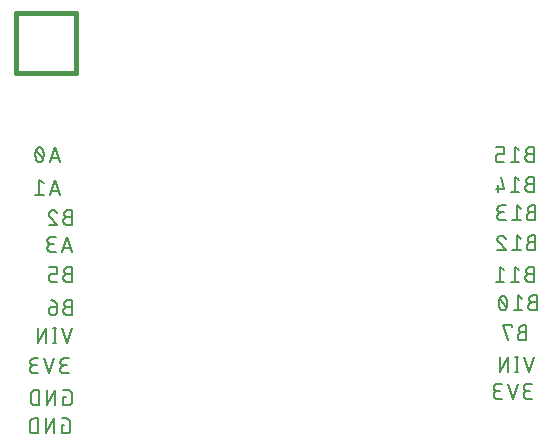
<source format=gbr>
G04 EAGLE Gerber RS-274X export*
G75*
%MOMM*%
%FSLAX34Y34*%
%LPD*%
%INSilkscreen Bottom*%
%IPPOS*%
%AMOC8*
5,1,8,0,0,1.08239X$1,22.5*%
G01*
%ADD10C,0.152400*%
%ADD11C,0.406400*%


D10*
X458978Y371038D02*
X455450Y371038D01*
X455332Y371036D01*
X455214Y371030D01*
X455097Y371020D01*
X454980Y371007D01*
X454863Y370989D01*
X454747Y370967D01*
X454632Y370942D01*
X454518Y370913D01*
X454405Y370880D01*
X454293Y370843D01*
X454182Y370802D01*
X454073Y370758D01*
X453965Y370710D01*
X453859Y370659D01*
X453755Y370604D01*
X453652Y370545D01*
X453552Y370484D01*
X453453Y370419D01*
X453357Y370350D01*
X453264Y370279D01*
X453172Y370204D01*
X453083Y370127D01*
X452997Y370046D01*
X452914Y369963D01*
X452833Y369877D01*
X452756Y369788D01*
X452681Y369696D01*
X452610Y369603D01*
X452541Y369507D01*
X452476Y369408D01*
X452415Y369308D01*
X452356Y369205D01*
X452301Y369101D01*
X452250Y368995D01*
X452202Y368887D01*
X452158Y368778D01*
X452117Y368667D01*
X452080Y368555D01*
X452047Y368442D01*
X452018Y368328D01*
X451993Y368213D01*
X451971Y368097D01*
X451953Y367980D01*
X451940Y367863D01*
X451930Y367746D01*
X451924Y367628D01*
X451922Y367510D01*
X451924Y367392D01*
X451930Y367274D01*
X451940Y367157D01*
X451953Y367040D01*
X451971Y366923D01*
X451993Y366807D01*
X452018Y366692D01*
X452047Y366578D01*
X452080Y366465D01*
X452117Y366353D01*
X452158Y366242D01*
X452202Y366133D01*
X452250Y366025D01*
X452301Y365919D01*
X452356Y365815D01*
X452415Y365712D01*
X452476Y365612D01*
X452541Y365513D01*
X452610Y365417D01*
X452681Y365324D01*
X452756Y365232D01*
X452833Y365143D01*
X452914Y365057D01*
X452997Y364974D01*
X453083Y364893D01*
X453172Y364816D01*
X453264Y364741D01*
X453357Y364670D01*
X453453Y364601D01*
X453552Y364536D01*
X453652Y364475D01*
X453755Y364416D01*
X453859Y364361D01*
X453965Y364310D01*
X454073Y364262D01*
X454182Y364218D01*
X454293Y364177D01*
X454405Y364140D01*
X454518Y364107D01*
X454632Y364078D01*
X454747Y364053D01*
X454863Y364031D01*
X454980Y364013D01*
X455097Y364000D01*
X455214Y363990D01*
X455332Y363984D01*
X455450Y363982D01*
X458978Y363982D01*
X458978Y376682D01*
X455450Y376682D01*
X455344Y376680D01*
X455239Y376674D01*
X455134Y376664D01*
X455029Y376650D01*
X454925Y376633D01*
X454822Y376611D01*
X454720Y376586D01*
X454618Y376557D01*
X454518Y376524D01*
X454419Y376487D01*
X454322Y376447D01*
X454226Y376403D01*
X454131Y376355D01*
X454039Y376304D01*
X453949Y376249D01*
X453860Y376192D01*
X453774Y376131D01*
X453691Y376066D01*
X453609Y375999D01*
X453531Y375929D01*
X453455Y375855D01*
X453381Y375779D01*
X453311Y375701D01*
X453244Y375619D01*
X453179Y375536D01*
X453118Y375450D01*
X453061Y375361D01*
X453006Y375271D01*
X452955Y375179D01*
X452907Y375084D01*
X452863Y374988D01*
X452823Y374891D01*
X452786Y374792D01*
X452753Y374692D01*
X452724Y374590D01*
X452699Y374488D01*
X452677Y374385D01*
X452660Y374281D01*
X452646Y374176D01*
X452636Y374071D01*
X452630Y373966D01*
X452628Y373860D01*
X452630Y373754D01*
X452636Y373649D01*
X452646Y373544D01*
X452660Y373439D01*
X452677Y373335D01*
X452699Y373232D01*
X452724Y373130D01*
X452753Y373028D01*
X452786Y372928D01*
X452823Y372829D01*
X452863Y372732D01*
X452907Y372636D01*
X452955Y372541D01*
X453006Y372449D01*
X453061Y372359D01*
X453118Y372270D01*
X453179Y372184D01*
X453244Y372101D01*
X453311Y372019D01*
X453381Y371941D01*
X453455Y371865D01*
X453531Y371791D01*
X453609Y371721D01*
X453691Y371654D01*
X453774Y371589D01*
X453860Y371528D01*
X453949Y371471D01*
X454039Y371416D01*
X454131Y371365D01*
X454226Y371317D01*
X454322Y371273D01*
X454419Y371233D01*
X454518Y371196D01*
X454618Y371163D01*
X454720Y371134D01*
X454822Y371109D01*
X454925Y371087D01*
X455029Y371070D01*
X455134Y371056D01*
X455239Y371046D01*
X455344Y371040D01*
X455450Y371038D01*
X446825Y373860D02*
X443297Y376682D01*
X443297Y363982D01*
X446825Y363982D02*
X439769Y363982D01*
X434023Y363982D02*
X429790Y363982D01*
X429684Y363984D01*
X429579Y363990D01*
X429474Y364000D01*
X429369Y364014D01*
X429265Y364031D01*
X429162Y364053D01*
X429060Y364078D01*
X428958Y364107D01*
X428858Y364140D01*
X428759Y364177D01*
X428662Y364217D01*
X428566Y364261D01*
X428471Y364309D01*
X428379Y364360D01*
X428289Y364415D01*
X428200Y364472D01*
X428114Y364533D01*
X428031Y364598D01*
X427949Y364665D01*
X427871Y364735D01*
X427795Y364809D01*
X427721Y364885D01*
X427651Y364963D01*
X427584Y365045D01*
X427519Y365128D01*
X427458Y365214D01*
X427401Y365303D01*
X427346Y365393D01*
X427295Y365485D01*
X427247Y365580D01*
X427203Y365676D01*
X427163Y365773D01*
X427126Y365872D01*
X427093Y365972D01*
X427064Y366074D01*
X427039Y366176D01*
X427017Y366279D01*
X427000Y366383D01*
X426986Y366488D01*
X426976Y366593D01*
X426970Y366698D01*
X426968Y366804D01*
X426968Y368215D01*
X426970Y368321D01*
X426976Y368426D01*
X426986Y368531D01*
X427000Y368636D01*
X427017Y368740D01*
X427039Y368843D01*
X427064Y368945D01*
X427093Y369047D01*
X427126Y369147D01*
X427163Y369246D01*
X427203Y369344D01*
X427247Y369439D01*
X427295Y369534D01*
X427346Y369626D01*
X427401Y369716D01*
X427458Y369805D01*
X427519Y369891D01*
X427584Y369974D01*
X427651Y370056D01*
X427721Y370134D01*
X427795Y370210D01*
X427871Y370284D01*
X427949Y370354D01*
X428031Y370421D01*
X428114Y370486D01*
X428200Y370547D01*
X428289Y370604D01*
X428379Y370659D01*
X428471Y370710D01*
X428566Y370758D01*
X428662Y370802D01*
X428759Y370842D01*
X428858Y370879D01*
X428958Y370912D01*
X429060Y370941D01*
X429162Y370966D01*
X429265Y370988D01*
X429369Y371005D01*
X429474Y371019D01*
X429579Y371029D01*
X429685Y371035D01*
X429790Y371037D01*
X429790Y371038D02*
X434023Y371038D01*
X434023Y376682D01*
X426968Y376682D01*
X455450Y345638D02*
X458978Y345638D01*
X455450Y345638D02*
X455332Y345636D01*
X455214Y345630D01*
X455097Y345620D01*
X454980Y345607D01*
X454863Y345589D01*
X454747Y345567D01*
X454632Y345542D01*
X454518Y345513D01*
X454405Y345480D01*
X454293Y345443D01*
X454182Y345402D01*
X454073Y345358D01*
X453965Y345310D01*
X453859Y345259D01*
X453755Y345204D01*
X453652Y345145D01*
X453552Y345084D01*
X453453Y345019D01*
X453357Y344950D01*
X453264Y344879D01*
X453172Y344804D01*
X453083Y344727D01*
X452997Y344646D01*
X452914Y344563D01*
X452833Y344477D01*
X452756Y344388D01*
X452681Y344296D01*
X452610Y344203D01*
X452541Y344107D01*
X452476Y344008D01*
X452415Y343908D01*
X452356Y343805D01*
X452301Y343701D01*
X452250Y343595D01*
X452202Y343487D01*
X452158Y343378D01*
X452117Y343267D01*
X452080Y343155D01*
X452047Y343042D01*
X452018Y342928D01*
X451993Y342813D01*
X451971Y342697D01*
X451953Y342580D01*
X451940Y342463D01*
X451930Y342346D01*
X451924Y342228D01*
X451922Y342110D01*
X451924Y341992D01*
X451930Y341874D01*
X451940Y341757D01*
X451953Y341640D01*
X451971Y341523D01*
X451993Y341407D01*
X452018Y341292D01*
X452047Y341178D01*
X452080Y341065D01*
X452117Y340953D01*
X452158Y340842D01*
X452202Y340733D01*
X452250Y340625D01*
X452301Y340519D01*
X452356Y340415D01*
X452415Y340312D01*
X452476Y340212D01*
X452541Y340113D01*
X452610Y340017D01*
X452681Y339924D01*
X452756Y339832D01*
X452833Y339743D01*
X452914Y339657D01*
X452997Y339574D01*
X453083Y339493D01*
X453172Y339416D01*
X453264Y339341D01*
X453357Y339270D01*
X453453Y339201D01*
X453552Y339136D01*
X453652Y339075D01*
X453755Y339016D01*
X453859Y338961D01*
X453965Y338910D01*
X454073Y338862D01*
X454182Y338818D01*
X454293Y338777D01*
X454405Y338740D01*
X454518Y338707D01*
X454632Y338678D01*
X454747Y338653D01*
X454863Y338631D01*
X454980Y338613D01*
X455097Y338600D01*
X455214Y338590D01*
X455332Y338584D01*
X455450Y338582D01*
X458978Y338582D01*
X458978Y351282D01*
X455450Y351282D01*
X455344Y351280D01*
X455239Y351274D01*
X455134Y351264D01*
X455029Y351250D01*
X454925Y351233D01*
X454822Y351211D01*
X454720Y351186D01*
X454618Y351157D01*
X454518Y351124D01*
X454419Y351087D01*
X454322Y351047D01*
X454226Y351003D01*
X454131Y350955D01*
X454039Y350904D01*
X453949Y350849D01*
X453860Y350792D01*
X453774Y350731D01*
X453691Y350666D01*
X453609Y350599D01*
X453531Y350529D01*
X453455Y350455D01*
X453381Y350379D01*
X453311Y350301D01*
X453244Y350219D01*
X453179Y350136D01*
X453118Y350050D01*
X453061Y349961D01*
X453006Y349871D01*
X452955Y349779D01*
X452907Y349684D01*
X452863Y349588D01*
X452823Y349491D01*
X452786Y349392D01*
X452753Y349292D01*
X452724Y349190D01*
X452699Y349088D01*
X452677Y348985D01*
X452660Y348881D01*
X452646Y348776D01*
X452636Y348671D01*
X452630Y348566D01*
X452628Y348460D01*
X452630Y348354D01*
X452636Y348249D01*
X452646Y348144D01*
X452660Y348039D01*
X452677Y347935D01*
X452699Y347832D01*
X452724Y347730D01*
X452753Y347628D01*
X452786Y347528D01*
X452823Y347429D01*
X452863Y347332D01*
X452907Y347236D01*
X452955Y347141D01*
X453006Y347049D01*
X453061Y346959D01*
X453118Y346870D01*
X453179Y346784D01*
X453244Y346701D01*
X453311Y346619D01*
X453381Y346541D01*
X453455Y346465D01*
X453531Y346391D01*
X453609Y346321D01*
X453691Y346254D01*
X453774Y346189D01*
X453860Y346128D01*
X453949Y346071D01*
X454039Y346016D01*
X454131Y345965D01*
X454226Y345917D01*
X454322Y345873D01*
X454419Y345833D01*
X454518Y345796D01*
X454618Y345763D01*
X454720Y345734D01*
X454822Y345709D01*
X454925Y345687D01*
X455029Y345670D01*
X455134Y345656D01*
X455239Y345646D01*
X455344Y345640D01*
X455450Y345638D01*
X446825Y348460D02*
X443297Y351282D01*
X443297Y338582D01*
X446825Y338582D02*
X439769Y338582D01*
X434023Y341404D02*
X431201Y351282D01*
X434023Y341404D02*
X426968Y341404D01*
X429085Y344226D02*
X429085Y338582D01*
X456720Y321508D02*
X460248Y321508D01*
X456720Y321508D02*
X456602Y321506D01*
X456484Y321500D01*
X456367Y321490D01*
X456250Y321477D01*
X456133Y321459D01*
X456017Y321437D01*
X455902Y321412D01*
X455788Y321383D01*
X455675Y321350D01*
X455563Y321313D01*
X455452Y321272D01*
X455343Y321228D01*
X455235Y321180D01*
X455129Y321129D01*
X455025Y321074D01*
X454922Y321015D01*
X454822Y320954D01*
X454723Y320889D01*
X454627Y320820D01*
X454534Y320749D01*
X454442Y320674D01*
X454353Y320597D01*
X454267Y320516D01*
X454184Y320433D01*
X454103Y320347D01*
X454026Y320258D01*
X453951Y320166D01*
X453880Y320073D01*
X453811Y319977D01*
X453746Y319878D01*
X453685Y319778D01*
X453626Y319675D01*
X453571Y319571D01*
X453520Y319465D01*
X453472Y319357D01*
X453428Y319248D01*
X453387Y319137D01*
X453350Y319025D01*
X453317Y318912D01*
X453288Y318798D01*
X453263Y318683D01*
X453241Y318567D01*
X453223Y318450D01*
X453210Y318333D01*
X453200Y318216D01*
X453194Y318098D01*
X453192Y317980D01*
X453194Y317862D01*
X453200Y317744D01*
X453210Y317627D01*
X453223Y317510D01*
X453241Y317393D01*
X453263Y317277D01*
X453288Y317162D01*
X453317Y317048D01*
X453350Y316935D01*
X453387Y316823D01*
X453428Y316712D01*
X453472Y316603D01*
X453520Y316495D01*
X453571Y316389D01*
X453626Y316285D01*
X453685Y316182D01*
X453746Y316082D01*
X453811Y315983D01*
X453880Y315887D01*
X453951Y315794D01*
X454026Y315702D01*
X454103Y315613D01*
X454184Y315527D01*
X454267Y315444D01*
X454353Y315363D01*
X454442Y315286D01*
X454534Y315211D01*
X454627Y315140D01*
X454723Y315071D01*
X454822Y315006D01*
X454922Y314945D01*
X455025Y314886D01*
X455129Y314831D01*
X455235Y314780D01*
X455343Y314732D01*
X455452Y314688D01*
X455563Y314647D01*
X455675Y314610D01*
X455788Y314577D01*
X455902Y314548D01*
X456017Y314523D01*
X456133Y314501D01*
X456250Y314483D01*
X456367Y314470D01*
X456484Y314460D01*
X456602Y314454D01*
X456720Y314452D01*
X460248Y314452D01*
X460248Y327152D01*
X456720Y327152D01*
X456614Y327150D01*
X456509Y327144D01*
X456404Y327134D01*
X456299Y327120D01*
X456195Y327103D01*
X456092Y327081D01*
X455990Y327056D01*
X455888Y327027D01*
X455788Y326994D01*
X455689Y326957D01*
X455592Y326917D01*
X455496Y326873D01*
X455401Y326825D01*
X455309Y326774D01*
X455219Y326719D01*
X455130Y326662D01*
X455044Y326601D01*
X454961Y326536D01*
X454879Y326469D01*
X454801Y326399D01*
X454725Y326325D01*
X454651Y326249D01*
X454581Y326171D01*
X454514Y326089D01*
X454449Y326006D01*
X454388Y325920D01*
X454331Y325831D01*
X454276Y325741D01*
X454225Y325649D01*
X454177Y325554D01*
X454133Y325458D01*
X454093Y325361D01*
X454056Y325262D01*
X454023Y325162D01*
X453994Y325060D01*
X453969Y324958D01*
X453947Y324855D01*
X453930Y324751D01*
X453916Y324646D01*
X453906Y324541D01*
X453900Y324436D01*
X453898Y324330D01*
X453900Y324224D01*
X453906Y324119D01*
X453916Y324014D01*
X453930Y323909D01*
X453947Y323805D01*
X453969Y323702D01*
X453994Y323600D01*
X454023Y323498D01*
X454056Y323398D01*
X454093Y323299D01*
X454133Y323202D01*
X454177Y323106D01*
X454225Y323011D01*
X454276Y322919D01*
X454331Y322829D01*
X454388Y322740D01*
X454449Y322654D01*
X454514Y322571D01*
X454581Y322489D01*
X454651Y322411D01*
X454725Y322335D01*
X454801Y322261D01*
X454879Y322191D01*
X454961Y322124D01*
X455044Y322059D01*
X455130Y321998D01*
X455219Y321941D01*
X455309Y321886D01*
X455401Y321835D01*
X455496Y321787D01*
X455592Y321743D01*
X455689Y321703D01*
X455788Y321666D01*
X455888Y321633D01*
X455990Y321604D01*
X456092Y321579D01*
X456195Y321557D01*
X456299Y321540D01*
X456404Y321526D01*
X456509Y321516D01*
X456614Y321510D01*
X456720Y321508D01*
X448095Y324330D02*
X444567Y327152D01*
X444567Y314452D01*
X448095Y314452D02*
X441039Y314452D01*
X435293Y314452D02*
X431766Y314452D01*
X431648Y314454D01*
X431530Y314460D01*
X431413Y314470D01*
X431296Y314483D01*
X431179Y314501D01*
X431063Y314523D01*
X430948Y314548D01*
X430834Y314577D01*
X430721Y314610D01*
X430609Y314647D01*
X430498Y314688D01*
X430389Y314732D01*
X430281Y314780D01*
X430175Y314831D01*
X430071Y314886D01*
X429968Y314945D01*
X429868Y315006D01*
X429769Y315071D01*
X429673Y315140D01*
X429580Y315211D01*
X429488Y315286D01*
X429399Y315363D01*
X429313Y315444D01*
X429230Y315527D01*
X429149Y315613D01*
X429072Y315702D01*
X428997Y315794D01*
X428926Y315887D01*
X428857Y315983D01*
X428792Y316082D01*
X428731Y316182D01*
X428672Y316285D01*
X428617Y316389D01*
X428566Y316495D01*
X428518Y316603D01*
X428474Y316712D01*
X428433Y316823D01*
X428396Y316935D01*
X428363Y317048D01*
X428334Y317162D01*
X428309Y317277D01*
X428287Y317393D01*
X428269Y317510D01*
X428256Y317627D01*
X428246Y317744D01*
X428240Y317862D01*
X428238Y317980D01*
X428240Y318098D01*
X428246Y318216D01*
X428256Y318333D01*
X428269Y318450D01*
X428287Y318567D01*
X428309Y318683D01*
X428334Y318798D01*
X428363Y318912D01*
X428396Y319025D01*
X428433Y319137D01*
X428474Y319248D01*
X428518Y319357D01*
X428566Y319465D01*
X428617Y319571D01*
X428672Y319675D01*
X428731Y319778D01*
X428792Y319878D01*
X428857Y319977D01*
X428926Y320073D01*
X428997Y320166D01*
X429072Y320258D01*
X429149Y320347D01*
X429230Y320433D01*
X429313Y320516D01*
X429399Y320597D01*
X429488Y320674D01*
X429580Y320749D01*
X429673Y320820D01*
X429769Y320889D01*
X429868Y320954D01*
X429968Y321015D01*
X430071Y321074D01*
X430175Y321129D01*
X430281Y321180D01*
X430389Y321228D01*
X430498Y321272D01*
X430609Y321313D01*
X430721Y321350D01*
X430834Y321383D01*
X430948Y321412D01*
X431063Y321437D01*
X431179Y321459D01*
X431296Y321477D01*
X431413Y321490D01*
X431530Y321500D01*
X431648Y321506D01*
X431766Y321508D01*
X431060Y327152D02*
X435293Y327152D01*
X431060Y327152D02*
X430954Y327150D01*
X430849Y327144D01*
X430744Y327134D01*
X430639Y327120D01*
X430535Y327103D01*
X430432Y327081D01*
X430330Y327056D01*
X430228Y327027D01*
X430128Y326994D01*
X430029Y326957D01*
X429932Y326917D01*
X429836Y326873D01*
X429741Y326825D01*
X429649Y326774D01*
X429559Y326719D01*
X429470Y326662D01*
X429384Y326601D01*
X429301Y326536D01*
X429219Y326469D01*
X429141Y326399D01*
X429065Y326325D01*
X428991Y326249D01*
X428921Y326171D01*
X428854Y326089D01*
X428789Y326006D01*
X428728Y325920D01*
X428671Y325831D01*
X428616Y325741D01*
X428565Y325649D01*
X428517Y325554D01*
X428473Y325458D01*
X428433Y325361D01*
X428396Y325262D01*
X428363Y325162D01*
X428334Y325060D01*
X428309Y324958D01*
X428287Y324855D01*
X428270Y324751D01*
X428256Y324646D01*
X428246Y324541D01*
X428240Y324436D01*
X428238Y324330D01*
X428240Y324224D01*
X428246Y324119D01*
X428256Y324014D01*
X428270Y323909D01*
X428287Y323805D01*
X428309Y323702D01*
X428334Y323600D01*
X428363Y323498D01*
X428396Y323398D01*
X428433Y323299D01*
X428473Y323202D01*
X428517Y323106D01*
X428565Y323011D01*
X428616Y322919D01*
X428671Y322829D01*
X428728Y322740D01*
X428789Y322654D01*
X428854Y322571D01*
X428921Y322489D01*
X428991Y322411D01*
X429065Y322335D01*
X429141Y322261D01*
X429219Y322191D01*
X429301Y322124D01*
X429384Y322059D01*
X429470Y321998D01*
X429559Y321941D01*
X429649Y321886D01*
X429741Y321835D01*
X429836Y321787D01*
X429932Y321743D01*
X430029Y321703D01*
X430128Y321666D01*
X430228Y321633D01*
X430330Y321604D01*
X430432Y321579D01*
X430535Y321557D01*
X430639Y321540D01*
X430744Y321526D01*
X430849Y321516D01*
X430954Y321510D01*
X431060Y321508D01*
X433882Y321508D01*
X456720Y296108D02*
X460248Y296108D01*
X456720Y296108D02*
X456602Y296106D01*
X456484Y296100D01*
X456367Y296090D01*
X456250Y296077D01*
X456133Y296059D01*
X456017Y296037D01*
X455902Y296012D01*
X455788Y295983D01*
X455675Y295950D01*
X455563Y295913D01*
X455452Y295872D01*
X455343Y295828D01*
X455235Y295780D01*
X455129Y295729D01*
X455025Y295674D01*
X454922Y295615D01*
X454822Y295554D01*
X454723Y295489D01*
X454627Y295420D01*
X454534Y295349D01*
X454442Y295274D01*
X454353Y295197D01*
X454267Y295116D01*
X454184Y295033D01*
X454103Y294947D01*
X454026Y294858D01*
X453951Y294766D01*
X453880Y294673D01*
X453811Y294577D01*
X453746Y294478D01*
X453685Y294378D01*
X453626Y294275D01*
X453571Y294171D01*
X453520Y294065D01*
X453472Y293957D01*
X453428Y293848D01*
X453387Y293737D01*
X453350Y293625D01*
X453317Y293512D01*
X453288Y293398D01*
X453263Y293283D01*
X453241Y293167D01*
X453223Y293050D01*
X453210Y292933D01*
X453200Y292816D01*
X453194Y292698D01*
X453192Y292580D01*
X453194Y292462D01*
X453200Y292344D01*
X453210Y292227D01*
X453223Y292110D01*
X453241Y291993D01*
X453263Y291877D01*
X453288Y291762D01*
X453317Y291648D01*
X453350Y291535D01*
X453387Y291423D01*
X453428Y291312D01*
X453472Y291203D01*
X453520Y291095D01*
X453571Y290989D01*
X453626Y290885D01*
X453685Y290782D01*
X453746Y290682D01*
X453811Y290583D01*
X453880Y290487D01*
X453951Y290394D01*
X454026Y290302D01*
X454103Y290213D01*
X454184Y290127D01*
X454267Y290044D01*
X454353Y289963D01*
X454442Y289886D01*
X454534Y289811D01*
X454627Y289740D01*
X454723Y289671D01*
X454822Y289606D01*
X454922Y289545D01*
X455025Y289486D01*
X455129Y289431D01*
X455235Y289380D01*
X455343Y289332D01*
X455452Y289288D01*
X455563Y289247D01*
X455675Y289210D01*
X455788Y289177D01*
X455902Y289148D01*
X456017Y289123D01*
X456133Y289101D01*
X456250Y289083D01*
X456367Y289070D01*
X456484Y289060D01*
X456602Y289054D01*
X456720Y289052D01*
X460248Y289052D01*
X460248Y301752D01*
X456720Y301752D01*
X456614Y301750D01*
X456509Y301744D01*
X456404Y301734D01*
X456299Y301720D01*
X456195Y301703D01*
X456092Y301681D01*
X455990Y301656D01*
X455888Y301627D01*
X455788Y301594D01*
X455689Y301557D01*
X455592Y301517D01*
X455496Y301473D01*
X455401Y301425D01*
X455309Y301374D01*
X455219Y301319D01*
X455130Y301262D01*
X455044Y301201D01*
X454961Y301136D01*
X454879Y301069D01*
X454801Y300999D01*
X454725Y300925D01*
X454651Y300849D01*
X454581Y300771D01*
X454514Y300689D01*
X454449Y300606D01*
X454388Y300520D01*
X454331Y300431D01*
X454276Y300341D01*
X454225Y300249D01*
X454177Y300154D01*
X454133Y300058D01*
X454093Y299961D01*
X454056Y299862D01*
X454023Y299762D01*
X453994Y299660D01*
X453969Y299558D01*
X453947Y299455D01*
X453930Y299351D01*
X453916Y299246D01*
X453906Y299141D01*
X453900Y299036D01*
X453898Y298930D01*
X453900Y298824D01*
X453906Y298719D01*
X453916Y298614D01*
X453930Y298509D01*
X453947Y298405D01*
X453969Y298302D01*
X453994Y298200D01*
X454023Y298098D01*
X454056Y297998D01*
X454093Y297899D01*
X454133Y297802D01*
X454177Y297706D01*
X454225Y297611D01*
X454276Y297519D01*
X454331Y297429D01*
X454388Y297340D01*
X454449Y297254D01*
X454514Y297171D01*
X454581Y297089D01*
X454651Y297011D01*
X454725Y296935D01*
X454801Y296861D01*
X454879Y296791D01*
X454961Y296724D01*
X455044Y296659D01*
X455130Y296598D01*
X455219Y296541D01*
X455309Y296486D01*
X455401Y296435D01*
X455496Y296387D01*
X455592Y296343D01*
X455689Y296303D01*
X455788Y296266D01*
X455888Y296233D01*
X455990Y296204D01*
X456092Y296179D01*
X456195Y296157D01*
X456299Y296140D01*
X456404Y296126D01*
X456509Y296116D01*
X456614Y296110D01*
X456720Y296108D01*
X448095Y298930D02*
X444567Y301752D01*
X444567Y289052D01*
X448095Y289052D02*
X441039Y289052D01*
X431413Y301752D02*
X431302Y301750D01*
X431192Y301744D01*
X431081Y301735D01*
X430971Y301721D01*
X430862Y301704D01*
X430753Y301683D01*
X430645Y301658D01*
X430538Y301629D01*
X430432Y301597D01*
X430327Y301561D01*
X430224Y301521D01*
X430122Y301478D01*
X430021Y301431D01*
X429922Y301380D01*
X429826Y301327D01*
X429731Y301270D01*
X429638Y301209D01*
X429547Y301146D01*
X429458Y301079D01*
X429372Y301009D01*
X429289Y300936D01*
X429207Y300861D01*
X429129Y300783D01*
X429054Y300701D01*
X428981Y300618D01*
X428911Y300532D01*
X428844Y300443D01*
X428781Y300352D01*
X428720Y300259D01*
X428663Y300165D01*
X428610Y300068D01*
X428559Y299969D01*
X428512Y299868D01*
X428469Y299766D01*
X428429Y299663D01*
X428393Y299558D01*
X428361Y299452D01*
X428332Y299345D01*
X428307Y299237D01*
X428286Y299128D01*
X428269Y299019D01*
X428255Y298909D01*
X428246Y298798D01*
X428240Y298688D01*
X428238Y298577D01*
X431413Y301752D02*
X431538Y301750D01*
X431663Y301744D01*
X431788Y301735D01*
X431912Y301721D01*
X432036Y301704D01*
X432159Y301683D01*
X432282Y301658D01*
X432404Y301630D01*
X432525Y301598D01*
X432645Y301562D01*
X432763Y301522D01*
X432881Y301479D01*
X432997Y301432D01*
X433111Y301382D01*
X433224Y301328D01*
X433335Y301271D01*
X433445Y301210D01*
X433552Y301146D01*
X433658Y301079D01*
X433761Y301008D01*
X433862Y300935D01*
X433961Y300858D01*
X434058Y300778D01*
X434152Y300696D01*
X434243Y300610D01*
X434332Y300522D01*
X434418Y300431D01*
X434501Y300338D01*
X434581Y300242D01*
X434659Y300143D01*
X434733Y300043D01*
X434804Y299940D01*
X434872Y299835D01*
X434937Y299728D01*
X434998Y299619D01*
X435056Y299508D01*
X435111Y299395D01*
X435162Y299281D01*
X435209Y299165D01*
X435253Y299048D01*
X435294Y298930D01*
X429296Y296108D02*
X429214Y296188D01*
X429135Y296272D01*
X429059Y296358D01*
X428985Y296447D01*
X428915Y296538D01*
X428848Y296631D01*
X428784Y296727D01*
X428723Y296824D01*
X428665Y296924D01*
X428611Y297025D01*
X428561Y297129D01*
X428514Y297234D01*
X428470Y297340D01*
X428430Y297448D01*
X428394Y297557D01*
X428361Y297668D01*
X428333Y297779D01*
X428308Y297891D01*
X428286Y298004D01*
X428269Y298118D01*
X428255Y298232D01*
X428246Y298347D01*
X428240Y298462D01*
X428238Y298577D01*
X429296Y296108D02*
X435293Y289052D01*
X428238Y289052D01*
X455450Y269438D02*
X458978Y269438D01*
X455450Y269438D02*
X455332Y269436D01*
X455214Y269430D01*
X455097Y269420D01*
X454980Y269407D01*
X454863Y269389D01*
X454747Y269367D01*
X454632Y269342D01*
X454518Y269313D01*
X454405Y269280D01*
X454293Y269243D01*
X454182Y269202D01*
X454073Y269158D01*
X453965Y269110D01*
X453859Y269059D01*
X453755Y269004D01*
X453652Y268945D01*
X453552Y268884D01*
X453453Y268819D01*
X453357Y268750D01*
X453264Y268679D01*
X453172Y268604D01*
X453083Y268527D01*
X452997Y268446D01*
X452914Y268363D01*
X452833Y268277D01*
X452756Y268188D01*
X452681Y268096D01*
X452610Y268003D01*
X452541Y267907D01*
X452476Y267808D01*
X452415Y267708D01*
X452356Y267605D01*
X452301Y267501D01*
X452250Y267395D01*
X452202Y267287D01*
X452158Y267178D01*
X452117Y267067D01*
X452080Y266955D01*
X452047Y266842D01*
X452018Y266728D01*
X451993Y266613D01*
X451971Y266497D01*
X451953Y266380D01*
X451940Y266263D01*
X451930Y266146D01*
X451924Y266028D01*
X451922Y265910D01*
X451924Y265792D01*
X451930Y265674D01*
X451940Y265557D01*
X451953Y265440D01*
X451971Y265323D01*
X451993Y265207D01*
X452018Y265092D01*
X452047Y264978D01*
X452080Y264865D01*
X452117Y264753D01*
X452158Y264642D01*
X452202Y264533D01*
X452250Y264425D01*
X452301Y264319D01*
X452356Y264215D01*
X452415Y264112D01*
X452476Y264012D01*
X452541Y263913D01*
X452610Y263817D01*
X452681Y263724D01*
X452756Y263632D01*
X452833Y263543D01*
X452914Y263457D01*
X452997Y263374D01*
X453083Y263293D01*
X453172Y263216D01*
X453264Y263141D01*
X453357Y263070D01*
X453453Y263001D01*
X453552Y262936D01*
X453652Y262875D01*
X453755Y262816D01*
X453859Y262761D01*
X453965Y262710D01*
X454073Y262662D01*
X454182Y262618D01*
X454293Y262577D01*
X454405Y262540D01*
X454518Y262507D01*
X454632Y262478D01*
X454747Y262453D01*
X454863Y262431D01*
X454980Y262413D01*
X455097Y262400D01*
X455214Y262390D01*
X455332Y262384D01*
X455450Y262382D01*
X458978Y262382D01*
X458978Y275082D01*
X455450Y275082D01*
X455344Y275080D01*
X455239Y275074D01*
X455134Y275064D01*
X455029Y275050D01*
X454925Y275033D01*
X454822Y275011D01*
X454720Y274986D01*
X454618Y274957D01*
X454518Y274924D01*
X454419Y274887D01*
X454322Y274847D01*
X454226Y274803D01*
X454131Y274755D01*
X454039Y274704D01*
X453949Y274649D01*
X453860Y274592D01*
X453774Y274531D01*
X453691Y274466D01*
X453609Y274399D01*
X453531Y274329D01*
X453455Y274255D01*
X453381Y274179D01*
X453311Y274101D01*
X453244Y274019D01*
X453179Y273936D01*
X453118Y273850D01*
X453061Y273761D01*
X453006Y273671D01*
X452955Y273579D01*
X452907Y273484D01*
X452863Y273388D01*
X452823Y273291D01*
X452786Y273192D01*
X452753Y273092D01*
X452724Y272990D01*
X452699Y272888D01*
X452677Y272785D01*
X452660Y272681D01*
X452646Y272576D01*
X452636Y272471D01*
X452630Y272366D01*
X452628Y272260D01*
X452630Y272154D01*
X452636Y272049D01*
X452646Y271944D01*
X452660Y271839D01*
X452677Y271735D01*
X452699Y271632D01*
X452724Y271530D01*
X452753Y271428D01*
X452786Y271328D01*
X452823Y271229D01*
X452863Y271132D01*
X452907Y271036D01*
X452955Y270941D01*
X453006Y270849D01*
X453061Y270759D01*
X453118Y270670D01*
X453179Y270584D01*
X453244Y270501D01*
X453311Y270419D01*
X453381Y270341D01*
X453455Y270265D01*
X453531Y270191D01*
X453609Y270121D01*
X453691Y270054D01*
X453774Y269989D01*
X453860Y269928D01*
X453949Y269871D01*
X454039Y269816D01*
X454131Y269765D01*
X454226Y269717D01*
X454322Y269673D01*
X454419Y269633D01*
X454518Y269596D01*
X454618Y269563D01*
X454720Y269534D01*
X454822Y269509D01*
X454925Y269487D01*
X455029Y269470D01*
X455134Y269456D01*
X455239Y269446D01*
X455344Y269440D01*
X455450Y269438D01*
X446825Y272260D02*
X443297Y275082D01*
X443297Y262382D01*
X446825Y262382D02*
X439769Y262382D01*
X434023Y272260D02*
X430496Y275082D01*
X430496Y262382D01*
X434023Y262382D02*
X426968Y262382D01*
X457990Y245308D02*
X461518Y245308D01*
X457990Y245308D02*
X457872Y245306D01*
X457754Y245300D01*
X457637Y245290D01*
X457520Y245277D01*
X457403Y245259D01*
X457287Y245237D01*
X457172Y245212D01*
X457058Y245183D01*
X456945Y245150D01*
X456833Y245113D01*
X456722Y245072D01*
X456613Y245028D01*
X456505Y244980D01*
X456399Y244929D01*
X456295Y244874D01*
X456192Y244815D01*
X456092Y244754D01*
X455993Y244689D01*
X455897Y244620D01*
X455804Y244549D01*
X455712Y244474D01*
X455623Y244397D01*
X455537Y244316D01*
X455454Y244233D01*
X455373Y244147D01*
X455296Y244058D01*
X455221Y243966D01*
X455150Y243873D01*
X455081Y243777D01*
X455016Y243678D01*
X454955Y243578D01*
X454896Y243475D01*
X454841Y243371D01*
X454790Y243265D01*
X454742Y243157D01*
X454698Y243048D01*
X454657Y242937D01*
X454620Y242825D01*
X454587Y242712D01*
X454558Y242598D01*
X454533Y242483D01*
X454511Y242367D01*
X454493Y242250D01*
X454480Y242133D01*
X454470Y242016D01*
X454464Y241898D01*
X454462Y241780D01*
X454464Y241662D01*
X454470Y241544D01*
X454480Y241427D01*
X454493Y241310D01*
X454511Y241193D01*
X454533Y241077D01*
X454558Y240962D01*
X454587Y240848D01*
X454620Y240735D01*
X454657Y240623D01*
X454698Y240512D01*
X454742Y240403D01*
X454790Y240295D01*
X454841Y240189D01*
X454896Y240085D01*
X454955Y239982D01*
X455016Y239882D01*
X455081Y239783D01*
X455150Y239687D01*
X455221Y239594D01*
X455296Y239502D01*
X455373Y239413D01*
X455454Y239327D01*
X455537Y239244D01*
X455623Y239163D01*
X455712Y239086D01*
X455804Y239011D01*
X455897Y238940D01*
X455993Y238871D01*
X456092Y238806D01*
X456192Y238745D01*
X456295Y238686D01*
X456399Y238631D01*
X456505Y238580D01*
X456613Y238532D01*
X456722Y238488D01*
X456833Y238447D01*
X456945Y238410D01*
X457058Y238377D01*
X457172Y238348D01*
X457287Y238323D01*
X457403Y238301D01*
X457520Y238283D01*
X457637Y238270D01*
X457754Y238260D01*
X457872Y238254D01*
X457990Y238252D01*
X461518Y238252D01*
X461518Y250952D01*
X457990Y250952D01*
X457884Y250950D01*
X457779Y250944D01*
X457674Y250934D01*
X457569Y250920D01*
X457465Y250903D01*
X457362Y250881D01*
X457260Y250856D01*
X457158Y250827D01*
X457058Y250794D01*
X456959Y250757D01*
X456862Y250717D01*
X456766Y250673D01*
X456671Y250625D01*
X456579Y250574D01*
X456489Y250519D01*
X456400Y250462D01*
X456314Y250401D01*
X456231Y250336D01*
X456149Y250269D01*
X456071Y250199D01*
X455995Y250125D01*
X455921Y250049D01*
X455851Y249971D01*
X455784Y249889D01*
X455719Y249806D01*
X455658Y249720D01*
X455601Y249631D01*
X455546Y249541D01*
X455495Y249449D01*
X455447Y249354D01*
X455403Y249258D01*
X455363Y249161D01*
X455326Y249062D01*
X455293Y248962D01*
X455264Y248860D01*
X455239Y248758D01*
X455217Y248655D01*
X455200Y248551D01*
X455186Y248446D01*
X455176Y248341D01*
X455170Y248236D01*
X455168Y248130D01*
X455170Y248024D01*
X455176Y247919D01*
X455186Y247814D01*
X455200Y247709D01*
X455217Y247605D01*
X455239Y247502D01*
X455264Y247400D01*
X455293Y247298D01*
X455326Y247198D01*
X455363Y247099D01*
X455403Y247002D01*
X455447Y246906D01*
X455495Y246811D01*
X455546Y246719D01*
X455601Y246629D01*
X455658Y246540D01*
X455719Y246454D01*
X455784Y246371D01*
X455851Y246289D01*
X455921Y246211D01*
X455995Y246135D01*
X456071Y246061D01*
X456149Y245991D01*
X456231Y245924D01*
X456314Y245859D01*
X456400Y245798D01*
X456489Y245741D01*
X456579Y245686D01*
X456671Y245635D01*
X456766Y245587D01*
X456862Y245543D01*
X456959Y245503D01*
X457058Y245466D01*
X457158Y245433D01*
X457260Y245404D01*
X457362Y245379D01*
X457465Y245357D01*
X457569Y245340D01*
X457674Y245326D01*
X457779Y245316D01*
X457884Y245310D01*
X457990Y245308D01*
X449365Y248130D02*
X445837Y250952D01*
X445837Y238252D01*
X449365Y238252D02*
X442309Y238252D01*
X436564Y244602D02*
X436561Y244852D01*
X436552Y245102D01*
X436537Y245351D01*
X436516Y245600D01*
X436490Y245848D01*
X436457Y246096D01*
X436418Y246343D01*
X436374Y246589D01*
X436323Y246833D01*
X436267Y247077D01*
X436205Y247319D01*
X436137Y247559D01*
X436064Y247798D01*
X435985Y248035D01*
X435900Y248270D01*
X435810Y248503D01*
X435714Y248734D01*
X435612Y248962D01*
X435506Y249188D01*
X435471Y249283D01*
X435433Y249377D01*
X435391Y249469D01*
X435345Y249559D01*
X435297Y249648D01*
X435244Y249734D01*
X435189Y249819D01*
X435130Y249901D01*
X435068Y249981D01*
X435002Y250059D01*
X434934Y250134D01*
X434864Y250206D01*
X434790Y250275D01*
X434714Y250342D01*
X434635Y250405D01*
X434554Y250466D01*
X434470Y250523D01*
X434384Y250577D01*
X434297Y250627D01*
X434207Y250675D01*
X434116Y250718D01*
X434023Y250758D01*
X433929Y250795D01*
X433833Y250827D01*
X433736Y250856D01*
X433638Y250882D01*
X433539Y250903D01*
X433439Y250921D01*
X433339Y250934D01*
X433238Y250944D01*
X433137Y250950D01*
X433036Y250952D01*
X432935Y250950D01*
X432834Y250944D01*
X432733Y250934D01*
X432633Y250921D01*
X432533Y250903D01*
X432434Y250882D01*
X432336Y250856D01*
X432239Y250827D01*
X432143Y250795D01*
X432049Y250758D01*
X431956Y250718D01*
X431865Y250675D01*
X431775Y250627D01*
X431688Y250577D01*
X431602Y250523D01*
X431518Y250466D01*
X431437Y250405D01*
X431358Y250342D01*
X431282Y250275D01*
X431208Y250206D01*
X431138Y250134D01*
X431070Y250059D01*
X431004Y249981D01*
X430942Y249901D01*
X430884Y249819D01*
X430828Y249734D01*
X430776Y249648D01*
X430727Y249559D01*
X430681Y249469D01*
X430639Y249377D01*
X430601Y249283D01*
X430566Y249188D01*
X430460Y248962D01*
X430358Y248734D01*
X430262Y248503D01*
X430172Y248270D01*
X430087Y248035D01*
X430008Y247798D01*
X429935Y247559D01*
X429867Y247319D01*
X429805Y247077D01*
X429749Y246833D01*
X429698Y246589D01*
X429654Y246343D01*
X429615Y246096D01*
X429582Y245848D01*
X429556Y245600D01*
X429535Y245351D01*
X429520Y245102D01*
X429511Y244852D01*
X429508Y244602D01*
X436563Y244602D02*
X436560Y244352D01*
X436551Y244102D01*
X436536Y243853D01*
X436515Y243604D01*
X436489Y243356D01*
X436456Y243108D01*
X436417Y242861D01*
X436373Y242615D01*
X436322Y242371D01*
X436266Y242127D01*
X436204Y241885D01*
X436136Y241645D01*
X436063Y241406D01*
X435984Y241169D01*
X435899Y240934D01*
X435809Y240701D01*
X435713Y240470D01*
X435611Y240242D01*
X435505Y240016D01*
X435506Y240016D02*
X435471Y239921D01*
X435433Y239827D01*
X435391Y239735D01*
X435345Y239645D01*
X435296Y239556D01*
X435244Y239470D01*
X435188Y239385D01*
X435130Y239303D01*
X435068Y239223D01*
X435002Y239145D01*
X434934Y239070D01*
X434864Y238998D01*
X434790Y238929D01*
X434714Y238862D01*
X434635Y238799D01*
X434554Y238738D01*
X434470Y238681D01*
X434384Y238627D01*
X434297Y238577D01*
X434207Y238529D01*
X434116Y238486D01*
X434023Y238446D01*
X433929Y238409D01*
X433833Y238377D01*
X433736Y238348D01*
X433638Y238322D01*
X433539Y238301D01*
X433439Y238283D01*
X433339Y238270D01*
X433238Y238260D01*
X433137Y238254D01*
X433036Y238252D01*
X430566Y240016D02*
X430460Y240242D01*
X430358Y240470D01*
X430262Y240701D01*
X430172Y240934D01*
X430087Y241169D01*
X430008Y241406D01*
X429935Y241645D01*
X429867Y241885D01*
X429805Y242127D01*
X429749Y242371D01*
X429698Y242615D01*
X429654Y242861D01*
X429615Y243108D01*
X429582Y243356D01*
X429556Y243604D01*
X429535Y243853D01*
X429520Y244102D01*
X429511Y244352D01*
X429508Y244602D01*
X430566Y240016D02*
X430601Y239921D01*
X430639Y239827D01*
X430681Y239735D01*
X430727Y239645D01*
X430776Y239556D01*
X430828Y239470D01*
X430884Y239385D01*
X430942Y239303D01*
X431004Y239223D01*
X431070Y239145D01*
X431138Y239070D01*
X431208Y238998D01*
X431282Y238929D01*
X431358Y238862D01*
X431437Y238799D01*
X431518Y238738D01*
X431602Y238681D01*
X431688Y238627D01*
X431775Y238577D01*
X431865Y238529D01*
X431956Y238486D01*
X432049Y238446D01*
X432143Y238409D01*
X432239Y238377D01*
X432336Y238348D01*
X432434Y238322D01*
X432533Y238301D01*
X432633Y238283D01*
X432733Y238270D01*
X432834Y238260D01*
X432935Y238254D01*
X433036Y238252D01*
X435858Y241074D02*
X430213Y248130D01*
X449100Y219908D02*
X452628Y219908D01*
X449100Y219908D02*
X448982Y219906D01*
X448864Y219900D01*
X448747Y219890D01*
X448630Y219877D01*
X448513Y219859D01*
X448397Y219837D01*
X448282Y219812D01*
X448168Y219783D01*
X448055Y219750D01*
X447943Y219713D01*
X447832Y219672D01*
X447723Y219628D01*
X447615Y219580D01*
X447509Y219529D01*
X447405Y219474D01*
X447302Y219415D01*
X447202Y219354D01*
X447103Y219289D01*
X447007Y219220D01*
X446914Y219149D01*
X446822Y219074D01*
X446733Y218997D01*
X446647Y218916D01*
X446564Y218833D01*
X446483Y218747D01*
X446406Y218658D01*
X446331Y218566D01*
X446260Y218473D01*
X446191Y218377D01*
X446126Y218278D01*
X446065Y218178D01*
X446006Y218075D01*
X445951Y217971D01*
X445900Y217865D01*
X445852Y217757D01*
X445808Y217648D01*
X445767Y217537D01*
X445730Y217425D01*
X445697Y217312D01*
X445668Y217198D01*
X445643Y217083D01*
X445621Y216967D01*
X445603Y216850D01*
X445590Y216733D01*
X445580Y216616D01*
X445574Y216498D01*
X445572Y216380D01*
X445574Y216262D01*
X445580Y216144D01*
X445590Y216027D01*
X445603Y215910D01*
X445621Y215793D01*
X445643Y215677D01*
X445668Y215562D01*
X445697Y215448D01*
X445730Y215335D01*
X445767Y215223D01*
X445808Y215112D01*
X445852Y215003D01*
X445900Y214895D01*
X445951Y214789D01*
X446006Y214685D01*
X446065Y214582D01*
X446126Y214482D01*
X446191Y214383D01*
X446260Y214287D01*
X446331Y214194D01*
X446406Y214102D01*
X446483Y214013D01*
X446564Y213927D01*
X446647Y213844D01*
X446733Y213763D01*
X446822Y213686D01*
X446914Y213611D01*
X447007Y213540D01*
X447103Y213471D01*
X447202Y213406D01*
X447302Y213345D01*
X447405Y213286D01*
X447509Y213231D01*
X447615Y213180D01*
X447723Y213132D01*
X447832Y213088D01*
X447943Y213047D01*
X448055Y213010D01*
X448168Y212977D01*
X448282Y212948D01*
X448397Y212923D01*
X448513Y212901D01*
X448630Y212883D01*
X448747Y212870D01*
X448864Y212860D01*
X448982Y212854D01*
X449100Y212852D01*
X452628Y212852D01*
X452628Y225552D01*
X449100Y225552D01*
X448994Y225550D01*
X448889Y225544D01*
X448784Y225534D01*
X448679Y225520D01*
X448575Y225503D01*
X448472Y225481D01*
X448370Y225456D01*
X448268Y225427D01*
X448168Y225394D01*
X448069Y225357D01*
X447972Y225317D01*
X447876Y225273D01*
X447781Y225225D01*
X447689Y225174D01*
X447599Y225119D01*
X447510Y225062D01*
X447424Y225001D01*
X447341Y224936D01*
X447259Y224869D01*
X447181Y224799D01*
X447105Y224725D01*
X447031Y224649D01*
X446961Y224571D01*
X446894Y224489D01*
X446829Y224406D01*
X446768Y224320D01*
X446711Y224231D01*
X446656Y224141D01*
X446605Y224049D01*
X446557Y223954D01*
X446513Y223858D01*
X446473Y223761D01*
X446436Y223662D01*
X446403Y223562D01*
X446374Y223460D01*
X446349Y223358D01*
X446327Y223255D01*
X446310Y223151D01*
X446296Y223046D01*
X446286Y222941D01*
X446280Y222836D01*
X446278Y222730D01*
X446280Y222624D01*
X446286Y222519D01*
X446296Y222414D01*
X446310Y222309D01*
X446327Y222205D01*
X446349Y222102D01*
X446374Y222000D01*
X446403Y221898D01*
X446436Y221798D01*
X446473Y221699D01*
X446513Y221602D01*
X446557Y221506D01*
X446605Y221411D01*
X446656Y221319D01*
X446711Y221229D01*
X446768Y221140D01*
X446829Y221054D01*
X446894Y220971D01*
X446961Y220889D01*
X447031Y220811D01*
X447105Y220735D01*
X447181Y220661D01*
X447259Y220591D01*
X447341Y220524D01*
X447424Y220459D01*
X447510Y220398D01*
X447599Y220341D01*
X447689Y220286D01*
X447781Y220235D01*
X447876Y220187D01*
X447972Y220143D01*
X448069Y220103D01*
X448168Y220066D01*
X448268Y220033D01*
X448370Y220004D01*
X448472Y219979D01*
X448575Y219957D01*
X448679Y219940D01*
X448784Y219926D01*
X448889Y219916D01*
X448994Y219910D01*
X449100Y219908D01*
X440475Y224141D02*
X440475Y225552D01*
X433419Y225552D01*
X436947Y212852D01*
X458978Y198882D02*
X454745Y186182D01*
X450511Y198882D01*
X444503Y198882D02*
X444503Y186182D01*
X443092Y186182D02*
X445915Y186182D01*
X445915Y198882D02*
X443092Y198882D01*
X437363Y198882D02*
X437363Y186182D01*
X430308Y186182D02*
X437363Y198882D01*
X430308Y198882D02*
X430308Y186182D01*
X454180Y163322D02*
X457708Y163322D01*
X454180Y163322D02*
X454062Y163324D01*
X453944Y163330D01*
X453827Y163340D01*
X453710Y163353D01*
X453593Y163371D01*
X453477Y163393D01*
X453362Y163418D01*
X453248Y163447D01*
X453135Y163480D01*
X453023Y163517D01*
X452912Y163558D01*
X452803Y163602D01*
X452695Y163650D01*
X452589Y163701D01*
X452485Y163756D01*
X452382Y163815D01*
X452282Y163876D01*
X452183Y163941D01*
X452087Y164010D01*
X451994Y164081D01*
X451902Y164156D01*
X451813Y164233D01*
X451727Y164314D01*
X451644Y164397D01*
X451563Y164483D01*
X451486Y164572D01*
X451411Y164664D01*
X451340Y164757D01*
X451271Y164853D01*
X451206Y164952D01*
X451145Y165052D01*
X451086Y165155D01*
X451031Y165259D01*
X450980Y165365D01*
X450932Y165473D01*
X450888Y165582D01*
X450847Y165693D01*
X450810Y165805D01*
X450777Y165918D01*
X450748Y166032D01*
X450723Y166147D01*
X450701Y166263D01*
X450683Y166380D01*
X450670Y166497D01*
X450660Y166614D01*
X450654Y166732D01*
X450652Y166850D01*
X450654Y166968D01*
X450660Y167086D01*
X450670Y167203D01*
X450683Y167320D01*
X450701Y167437D01*
X450723Y167553D01*
X450748Y167668D01*
X450777Y167782D01*
X450810Y167895D01*
X450847Y168007D01*
X450888Y168118D01*
X450932Y168227D01*
X450980Y168335D01*
X451031Y168441D01*
X451086Y168545D01*
X451145Y168648D01*
X451206Y168748D01*
X451271Y168847D01*
X451340Y168943D01*
X451411Y169036D01*
X451486Y169128D01*
X451563Y169217D01*
X451644Y169303D01*
X451727Y169386D01*
X451813Y169467D01*
X451902Y169544D01*
X451994Y169619D01*
X452087Y169690D01*
X452183Y169759D01*
X452282Y169824D01*
X452382Y169885D01*
X452485Y169944D01*
X452589Y169999D01*
X452695Y170050D01*
X452803Y170098D01*
X452912Y170142D01*
X453023Y170183D01*
X453135Y170220D01*
X453248Y170253D01*
X453362Y170282D01*
X453477Y170307D01*
X453593Y170329D01*
X453710Y170347D01*
X453827Y170360D01*
X453944Y170370D01*
X454062Y170376D01*
X454180Y170378D01*
X453475Y176022D02*
X457708Y176022D01*
X453475Y176022D02*
X453369Y176020D01*
X453264Y176014D01*
X453159Y176004D01*
X453054Y175990D01*
X452950Y175973D01*
X452847Y175951D01*
X452745Y175926D01*
X452643Y175897D01*
X452543Y175864D01*
X452444Y175827D01*
X452347Y175787D01*
X452251Y175743D01*
X452156Y175695D01*
X452064Y175644D01*
X451974Y175589D01*
X451885Y175532D01*
X451799Y175471D01*
X451716Y175406D01*
X451634Y175339D01*
X451556Y175269D01*
X451480Y175195D01*
X451406Y175119D01*
X451336Y175041D01*
X451269Y174959D01*
X451204Y174876D01*
X451143Y174790D01*
X451086Y174701D01*
X451031Y174611D01*
X450980Y174519D01*
X450932Y174424D01*
X450888Y174328D01*
X450848Y174231D01*
X450811Y174132D01*
X450778Y174032D01*
X450749Y173930D01*
X450724Y173828D01*
X450702Y173725D01*
X450685Y173621D01*
X450671Y173516D01*
X450661Y173411D01*
X450655Y173306D01*
X450653Y173200D01*
X450655Y173094D01*
X450661Y172989D01*
X450671Y172884D01*
X450685Y172779D01*
X450702Y172675D01*
X450724Y172572D01*
X450749Y172470D01*
X450778Y172368D01*
X450811Y172268D01*
X450848Y172169D01*
X450888Y172072D01*
X450932Y171976D01*
X450980Y171881D01*
X451031Y171789D01*
X451086Y171699D01*
X451143Y171610D01*
X451204Y171524D01*
X451269Y171441D01*
X451336Y171359D01*
X451406Y171281D01*
X451480Y171205D01*
X451556Y171131D01*
X451634Y171061D01*
X451716Y170994D01*
X451799Y170929D01*
X451885Y170868D01*
X451974Y170811D01*
X452064Y170756D01*
X452156Y170705D01*
X452251Y170657D01*
X452347Y170613D01*
X452444Y170573D01*
X452543Y170536D01*
X452643Y170503D01*
X452745Y170474D01*
X452847Y170449D01*
X452950Y170427D01*
X453054Y170410D01*
X453159Y170396D01*
X453264Y170386D01*
X453369Y170380D01*
X453475Y170378D01*
X456297Y170378D01*
X445612Y176022D02*
X441379Y163322D01*
X437145Y176022D01*
X432105Y163322D02*
X428577Y163322D01*
X428459Y163324D01*
X428341Y163330D01*
X428224Y163340D01*
X428107Y163353D01*
X427990Y163371D01*
X427874Y163393D01*
X427759Y163418D01*
X427645Y163447D01*
X427532Y163480D01*
X427420Y163517D01*
X427309Y163558D01*
X427200Y163602D01*
X427092Y163650D01*
X426986Y163701D01*
X426882Y163756D01*
X426779Y163815D01*
X426679Y163876D01*
X426580Y163941D01*
X426484Y164010D01*
X426391Y164081D01*
X426299Y164156D01*
X426210Y164233D01*
X426124Y164314D01*
X426041Y164397D01*
X425960Y164483D01*
X425883Y164572D01*
X425808Y164664D01*
X425737Y164757D01*
X425668Y164853D01*
X425603Y164952D01*
X425542Y165052D01*
X425483Y165155D01*
X425428Y165259D01*
X425377Y165365D01*
X425329Y165473D01*
X425285Y165582D01*
X425244Y165693D01*
X425207Y165805D01*
X425174Y165918D01*
X425145Y166032D01*
X425120Y166147D01*
X425098Y166263D01*
X425080Y166380D01*
X425067Y166497D01*
X425057Y166614D01*
X425051Y166732D01*
X425049Y166850D01*
X425051Y166968D01*
X425057Y167086D01*
X425067Y167203D01*
X425080Y167320D01*
X425098Y167437D01*
X425120Y167553D01*
X425145Y167668D01*
X425174Y167782D01*
X425207Y167895D01*
X425244Y168007D01*
X425285Y168118D01*
X425329Y168227D01*
X425377Y168335D01*
X425428Y168441D01*
X425483Y168545D01*
X425542Y168648D01*
X425603Y168748D01*
X425668Y168847D01*
X425737Y168943D01*
X425808Y169036D01*
X425883Y169128D01*
X425960Y169217D01*
X426041Y169303D01*
X426124Y169386D01*
X426210Y169467D01*
X426299Y169544D01*
X426391Y169619D01*
X426484Y169690D01*
X426580Y169759D01*
X426679Y169824D01*
X426779Y169885D01*
X426882Y169944D01*
X426986Y169999D01*
X427092Y170050D01*
X427200Y170098D01*
X427309Y170142D01*
X427420Y170183D01*
X427532Y170220D01*
X427645Y170253D01*
X427759Y170282D01*
X427874Y170307D01*
X427990Y170329D01*
X428107Y170347D01*
X428224Y170360D01*
X428341Y170370D01*
X428459Y170376D01*
X428577Y170378D01*
X427872Y176022D02*
X432105Y176022D01*
X427872Y176022D02*
X427766Y176020D01*
X427661Y176014D01*
X427556Y176004D01*
X427451Y175990D01*
X427347Y175973D01*
X427244Y175951D01*
X427142Y175926D01*
X427040Y175897D01*
X426940Y175864D01*
X426841Y175827D01*
X426744Y175787D01*
X426648Y175743D01*
X426553Y175695D01*
X426461Y175644D01*
X426371Y175589D01*
X426282Y175532D01*
X426196Y175471D01*
X426113Y175406D01*
X426031Y175339D01*
X425953Y175269D01*
X425877Y175195D01*
X425803Y175119D01*
X425733Y175041D01*
X425666Y174959D01*
X425601Y174876D01*
X425540Y174790D01*
X425483Y174701D01*
X425428Y174611D01*
X425377Y174519D01*
X425329Y174424D01*
X425285Y174328D01*
X425245Y174231D01*
X425208Y174132D01*
X425175Y174032D01*
X425146Y173930D01*
X425121Y173828D01*
X425099Y173725D01*
X425082Y173621D01*
X425068Y173516D01*
X425058Y173411D01*
X425052Y173306D01*
X425050Y173200D01*
X425052Y173094D01*
X425058Y172989D01*
X425068Y172884D01*
X425082Y172779D01*
X425099Y172675D01*
X425121Y172572D01*
X425146Y172470D01*
X425175Y172368D01*
X425208Y172268D01*
X425245Y172169D01*
X425285Y172072D01*
X425329Y171976D01*
X425377Y171881D01*
X425428Y171789D01*
X425483Y171699D01*
X425540Y171610D01*
X425601Y171524D01*
X425666Y171441D01*
X425733Y171359D01*
X425803Y171281D01*
X425877Y171205D01*
X425953Y171131D01*
X426031Y171061D01*
X426113Y170994D01*
X426196Y170929D01*
X426282Y170868D01*
X426371Y170811D01*
X426461Y170756D01*
X426553Y170705D01*
X426648Y170657D01*
X426744Y170613D01*
X426841Y170573D01*
X426940Y170536D01*
X427040Y170503D01*
X427142Y170474D01*
X427244Y170449D01*
X427347Y170427D01*
X427451Y170410D01*
X427556Y170396D01*
X427661Y170386D01*
X427766Y170380D01*
X427872Y170378D01*
X430694Y170378D01*
X57658Y363982D02*
X53425Y376682D01*
X49191Y363982D01*
X50250Y367157D02*
X56600Y367157D01*
X44151Y370332D02*
X44148Y370582D01*
X44139Y370832D01*
X44124Y371081D01*
X44103Y371330D01*
X44077Y371578D01*
X44044Y371826D01*
X44005Y372073D01*
X43961Y372319D01*
X43910Y372563D01*
X43854Y372807D01*
X43792Y373049D01*
X43724Y373289D01*
X43651Y373528D01*
X43572Y373765D01*
X43487Y374000D01*
X43397Y374233D01*
X43301Y374464D01*
X43199Y374692D01*
X43093Y374918D01*
X43058Y375013D01*
X43020Y375107D01*
X42978Y375199D01*
X42932Y375289D01*
X42884Y375378D01*
X42831Y375464D01*
X42776Y375549D01*
X42717Y375631D01*
X42655Y375711D01*
X42589Y375789D01*
X42521Y375864D01*
X42451Y375936D01*
X42377Y376005D01*
X42301Y376072D01*
X42222Y376135D01*
X42141Y376196D01*
X42057Y376253D01*
X41971Y376307D01*
X41884Y376357D01*
X41794Y376405D01*
X41703Y376448D01*
X41610Y376488D01*
X41516Y376525D01*
X41420Y376557D01*
X41323Y376586D01*
X41225Y376612D01*
X41126Y376633D01*
X41026Y376651D01*
X40926Y376664D01*
X40825Y376674D01*
X40724Y376680D01*
X40623Y376682D01*
X40522Y376680D01*
X40421Y376674D01*
X40320Y376664D01*
X40220Y376651D01*
X40120Y376633D01*
X40021Y376612D01*
X39923Y376586D01*
X39826Y376557D01*
X39730Y376525D01*
X39636Y376488D01*
X39543Y376448D01*
X39452Y376405D01*
X39362Y376357D01*
X39275Y376307D01*
X39189Y376253D01*
X39105Y376196D01*
X39024Y376135D01*
X38945Y376072D01*
X38869Y376005D01*
X38795Y375936D01*
X38725Y375864D01*
X38657Y375789D01*
X38591Y375711D01*
X38529Y375631D01*
X38471Y375549D01*
X38415Y375464D01*
X38363Y375378D01*
X38314Y375289D01*
X38268Y375199D01*
X38226Y375107D01*
X38188Y375013D01*
X38153Y374918D01*
X38047Y374692D01*
X37945Y374464D01*
X37849Y374233D01*
X37759Y374000D01*
X37674Y373765D01*
X37595Y373528D01*
X37522Y373289D01*
X37454Y373049D01*
X37392Y372807D01*
X37336Y372563D01*
X37285Y372319D01*
X37241Y372073D01*
X37202Y371826D01*
X37169Y371578D01*
X37143Y371330D01*
X37122Y371081D01*
X37107Y370832D01*
X37098Y370582D01*
X37095Y370332D01*
X44151Y370332D02*
X44148Y370082D01*
X44139Y369832D01*
X44124Y369583D01*
X44103Y369334D01*
X44077Y369086D01*
X44044Y368838D01*
X44005Y368591D01*
X43961Y368345D01*
X43910Y368101D01*
X43854Y367857D01*
X43792Y367615D01*
X43724Y367375D01*
X43651Y367136D01*
X43572Y366899D01*
X43487Y366664D01*
X43397Y366431D01*
X43301Y366200D01*
X43199Y365972D01*
X43093Y365746D01*
X43058Y365651D01*
X43020Y365557D01*
X42978Y365465D01*
X42932Y365375D01*
X42883Y365286D01*
X42831Y365200D01*
X42775Y365115D01*
X42717Y365033D01*
X42655Y364953D01*
X42589Y364875D01*
X42521Y364800D01*
X42451Y364728D01*
X42377Y364659D01*
X42301Y364592D01*
X42222Y364529D01*
X42141Y364468D01*
X42057Y364411D01*
X41971Y364357D01*
X41884Y364307D01*
X41794Y364259D01*
X41703Y364216D01*
X41610Y364176D01*
X41516Y364139D01*
X41420Y364107D01*
X41323Y364078D01*
X41225Y364052D01*
X41126Y364031D01*
X41026Y364013D01*
X40926Y364000D01*
X40825Y363990D01*
X40724Y363984D01*
X40623Y363982D01*
X38153Y365746D02*
X38047Y365972D01*
X37945Y366200D01*
X37849Y366431D01*
X37759Y366664D01*
X37674Y366899D01*
X37595Y367136D01*
X37522Y367375D01*
X37454Y367615D01*
X37392Y367857D01*
X37336Y368101D01*
X37285Y368345D01*
X37241Y368591D01*
X37202Y368838D01*
X37169Y369086D01*
X37143Y369334D01*
X37122Y369583D01*
X37107Y369832D01*
X37098Y370082D01*
X37095Y370332D01*
X38153Y365746D02*
X38188Y365651D01*
X38226Y365557D01*
X38268Y365465D01*
X38314Y365375D01*
X38363Y365286D01*
X38415Y365200D01*
X38471Y365115D01*
X38529Y365033D01*
X38591Y364953D01*
X38657Y364875D01*
X38725Y364800D01*
X38795Y364728D01*
X38869Y364659D01*
X38945Y364592D01*
X39024Y364529D01*
X39105Y364468D01*
X39189Y364411D01*
X39275Y364357D01*
X39362Y364307D01*
X39452Y364259D01*
X39543Y364216D01*
X39636Y364176D01*
X39730Y364139D01*
X39826Y364107D01*
X39923Y364078D01*
X40021Y364052D01*
X40120Y364031D01*
X40220Y364013D01*
X40320Y364000D01*
X40421Y363990D01*
X40522Y363984D01*
X40623Y363982D01*
X43445Y366804D02*
X37801Y373860D01*
X53425Y348742D02*
X57658Y336042D01*
X49191Y336042D02*
X53425Y348742D01*
X50250Y339217D02*
X56600Y339217D01*
X44151Y345920D02*
X40623Y348742D01*
X40623Y336042D01*
X44151Y336042D02*
X37095Y336042D01*
X64290Y317698D02*
X67818Y317698D01*
X64290Y317698D02*
X64172Y317696D01*
X64054Y317690D01*
X63937Y317680D01*
X63820Y317667D01*
X63703Y317649D01*
X63587Y317627D01*
X63472Y317602D01*
X63358Y317573D01*
X63245Y317540D01*
X63133Y317503D01*
X63022Y317462D01*
X62913Y317418D01*
X62805Y317370D01*
X62699Y317319D01*
X62595Y317264D01*
X62492Y317205D01*
X62392Y317144D01*
X62293Y317079D01*
X62197Y317010D01*
X62104Y316939D01*
X62012Y316864D01*
X61923Y316787D01*
X61837Y316706D01*
X61754Y316623D01*
X61673Y316537D01*
X61596Y316448D01*
X61521Y316356D01*
X61450Y316263D01*
X61381Y316167D01*
X61316Y316068D01*
X61255Y315968D01*
X61196Y315865D01*
X61141Y315761D01*
X61090Y315655D01*
X61042Y315547D01*
X60998Y315438D01*
X60957Y315327D01*
X60920Y315215D01*
X60887Y315102D01*
X60858Y314988D01*
X60833Y314873D01*
X60811Y314757D01*
X60793Y314640D01*
X60780Y314523D01*
X60770Y314406D01*
X60764Y314288D01*
X60762Y314170D01*
X60764Y314052D01*
X60770Y313934D01*
X60780Y313817D01*
X60793Y313700D01*
X60811Y313583D01*
X60833Y313467D01*
X60858Y313352D01*
X60887Y313238D01*
X60920Y313125D01*
X60957Y313013D01*
X60998Y312902D01*
X61042Y312793D01*
X61090Y312685D01*
X61141Y312579D01*
X61196Y312475D01*
X61255Y312372D01*
X61316Y312272D01*
X61381Y312173D01*
X61450Y312077D01*
X61521Y311984D01*
X61596Y311892D01*
X61673Y311803D01*
X61754Y311717D01*
X61837Y311634D01*
X61923Y311553D01*
X62012Y311476D01*
X62104Y311401D01*
X62197Y311330D01*
X62293Y311261D01*
X62392Y311196D01*
X62492Y311135D01*
X62595Y311076D01*
X62699Y311021D01*
X62805Y310970D01*
X62913Y310922D01*
X63022Y310878D01*
X63133Y310837D01*
X63245Y310800D01*
X63358Y310767D01*
X63472Y310738D01*
X63587Y310713D01*
X63703Y310691D01*
X63820Y310673D01*
X63937Y310660D01*
X64054Y310650D01*
X64172Y310644D01*
X64290Y310642D01*
X67818Y310642D01*
X67818Y323342D01*
X64290Y323342D01*
X64184Y323340D01*
X64079Y323334D01*
X63974Y323324D01*
X63869Y323310D01*
X63765Y323293D01*
X63662Y323271D01*
X63560Y323246D01*
X63458Y323217D01*
X63358Y323184D01*
X63259Y323147D01*
X63162Y323107D01*
X63066Y323063D01*
X62971Y323015D01*
X62879Y322964D01*
X62789Y322909D01*
X62700Y322852D01*
X62614Y322791D01*
X62531Y322726D01*
X62449Y322659D01*
X62371Y322589D01*
X62295Y322515D01*
X62221Y322439D01*
X62151Y322361D01*
X62084Y322279D01*
X62019Y322196D01*
X61958Y322110D01*
X61901Y322021D01*
X61846Y321931D01*
X61795Y321839D01*
X61747Y321744D01*
X61703Y321648D01*
X61663Y321551D01*
X61626Y321452D01*
X61593Y321352D01*
X61564Y321250D01*
X61539Y321148D01*
X61517Y321045D01*
X61500Y320941D01*
X61486Y320836D01*
X61476Y320731D01*
X61470Y320626D01*
X61468Y320520D01*
X61470Y320414D01*
X61476Y320309D01*
X61486Y320204D01*
X61500Y320099D01*
X61517Y319995D01*
X61539Y319892D01*
X61564Y319790D01*
X61593Y319688D01*
X61626Y319588D01*
X61663Y319489D01*
X61703Y319392D01*
X61747Y319296D01*
X61795Y319201D01*
X61846Y319109D01*
X61901Y319019D01*
X61958Y318930D01*
X62019Y318844D01*
X62084Y318761D01*
X62151Y318679D01*
X62221Y318601D01*
X62295Y318525D01*
X62371Y318451D01*
X62449Y318381D01*
X62531Y318314D01*
X62614Y318249D01*
X62700Y318188D01*
X62789Y318131D01*
X62879Y318076D01*
X62971Y318025D01*
X63066Y317977D01*
X63162Y317933D01*
X63259Y317893D01*
X63358Y317856D01*
X63458Y317823D01*
X63560Y317794D01*
X63662Y317769D01*
X63765Y317747D01*
X63869Y317730D01*
X63974Y317716D01*
X64079Y317706D01*
X64184Y317700D01*
X64290Y317698D01*
X51784Y323342D02*
X51673Y323340D01*
X51563Y323334D01*
X51452Y323325D01*
X51342Y323311D01*
X51233Y323294D01*
X51124Y323273D01*
X51016Y323248D01*
X50909Y323219D01*
X50803Y323187D01*
X50698Y323151D01*
X50595Y323111D01*
X50493Y323068D01*
X50392Y323021D01*
X50293Y322970D01*
X50197Y322917D01*
X50102Y322860D01*
X50009Y322799D01*
X49918Y322736D01*
X49829Y322669D01*
X49743Y322599D01*
X49660Y322526D01*
X49578Y322451D01*
X49500Y322373D01*
X49425Y322291D01*
X49352Y322208D01*
X49282Y322122D01*
X49215Y322033D01*
X49152Y321942D01*
X49091Y321849D01*
X49034Y321755D01*
X48981Y321658D01*
X48930Y321559D01*
X48883Y321458D01*
X48840Y321356D01*
X48800Y321253D01*
X48764Y321148D01*
X48732Y321042D01*
X48703Y320935D01*
X48678Y320827D01*
X48657Y320718D01*
X48640Y320609D01*
X48626Y320499D01*
X48617Y320388D01*
X48611Y320278D01*
X48609Y320167D01*
X51784Y323342D02*
X51909Y323340D01*
X52034Y323334D01*
X52159Y323325D01*
X52283Y323311D01*
X52407Y323294D01*
X52530Y323273D01*
X52653Y323248D01*
X52775Y323220D01*
X52896Y323188D01*
X53016Y323152D01*
X53134Y323112D01*
X53252Y323069D01*
X53368Y323022D01*
X53482Y322972D01*
X53595Y322918D01*
X53706Y322861D01*
X53816Y322800D01*
X53923Y322736D01*
X54029Y322669D01*
X54132Y322598D01*
X54233Y322525D01*
X54332Y322448D01*
X54429Y322368D01*
X54523Y322286D01*
X54614Y322200D01*
X54703Y322112D01*
X54789Y322021D01*
X54872Y321928D01*
X54952Y321832D01*
X55030Y321733D01*
X55104Y321633D01*
X55175Y321530D01*
X55243Y321425D01*
X55308Y321318D01*
X55369Y321209D01*
X55427Y321098D01*
X55482Y320985D01*
X55533Y320871D01*
X55580Y320755D01*
X55624Y320638D01*
X55665Y320520D01*
X49668Y317698D02*
X49586Y317778D01*
X49507Y317862D01*
X49431Y317948D01*
X49357Y318037D01*
X49287Y318128D01*
X49220Y318221D01*
X49156Y318317D01*
X49095Y318414D01*
X49037Y318514D01*
X48983Y318615D01*
X48933Y318719D01*
X48886Y318824D01*
X48842Y318930D01*
X48802Y319038D01*
X48766Y319147D01*
X48733Y319258D01*
X48705Y319369D01*
X48680Y319481D01*
X48658Y319594D01*
X48641Y319708D01*
X48627Y319822D01*
X48618Y319937D01*
X48612Y320052D01*
X48610Y320167D01*
X49668Y317698D02*
X55665Y310642D01*
X48609Y310642D01*
X63585Y300482D02*
X67818Y287782D01*
X59351Y287782D02*
X63585Y300482D01*
X60410Y290957D02*
X66760Y290957D01*
X54311Y287782D02*
X50783Y287782D01*
X50665Y287784D01*
X50547Y287790D01*
X50430Y287800D01*
X50313Y287813D01*
X50196Y287831D01*
X50080Y287853D01*
X49965Y287878D01*
X49851Y287907D01*
X49738Y287940D01*
X49626Y287977D01*
X49515Y288018D01*
X49406Y288062D01*
X49298Y288110D01*
X49192Y288161D01*
X49088Y288216D01*
X48985Y288275D01*
X48885Y288336D01*
X48786Y288401D01*
X48690Y288470D01*
X48597Y288541D01*
X48505Y288616D01*
X48416Y288693D01*
X48330Y288774D01*
X48247Y288857D01*
X48166Y288943D01*
X48089Y289032D01*
X48014Y289124D01*
X47943Y289217D01*
X47874Y289313D01*
X47809Y289412D01*
X47748Y289512D01*
X47689Y289615D01*
X47634Y289719D01*
X47583Y289825D01*
X47535Y289933D01*
X47491Y290042D01*
X47450Y290153D01*
X47413Y290265D01*
X47380Y290378D01*
X47351Y290492D01*
X47326Y290607D01*
X47304Y290723D01*
X47286Y290840D01*
X47273Y290957D01*
X47263Y291074D01*
X47257Y291192D01*
X47255Y291310D01*
X47257Y291428D01*
X47263Y291546D01*
X47273Y291663D01*
X47286Y291780D01*
X47304Y291897D01*
X47326Y292013D01*
X47351Y292128D01*
X47380Y292242D01*
X47413Y292355D01*
X47450Y292467D01*
X47491Y292578D01*
X47535Y292687D01*
X47583Y292795D01*
X47634Y292901D01*
X47689Y293005D01*
X47748Y293108D01*
X47809Y293208D01*
X47874Y293307D01*
X47943Y293403D01*
X48014Y293496D01*
X48089Y293588D01*
X48166Y293677D01*
X48247Y293763D01*
X48330Y293846D01*
X48416Y293927D01*
X48505Y294004D01*
X48597Y294079D01*
X48690Y294150D01*
X48786Y294219D01*
X48885Y294284D01*
X48985Y294345D01*
X49088Y294404D01*
X49192Y294459D01*
X49298Y294510D01*
X49406Y294558D01*
X49515Y294602D01*
X49626Y294643D01*
X49738Y294680D01*
X49851Y294713D01*
X49965Y294742D01*
X50080Y294767D01*
X50196Y294789D01*
X50313Y294807D01*
X50430Y294820D01*
X50547Y294830D01*
X50665Y294836D01*
X50783Y294838D01*
X50078Y300482D02*
X54311Y300482D01*
X50078Y300482D02*
X49972Y300480D01*
X49867Y300474D01*
X49762Y300464D01*
X49657Y300450D01*
X49553Y300433D01*
X49450Y300411D01*
X49348Y300386D01*
X49246Y300357D01*
X49146Y300324D01*
X49047Y300287D01*
X48950Y300247D01*
X48854Y300203D01*
X48759Y300155D01*
X48667Y300104D01*
X48577Y300049D01*
X48488Y299992D01*
X48402Y299931D01*
X48319Y299866D01*
X48237Y299799D01*
X48159Y299729D01*
X48083Y299655D01*
X48009Y299579D01*
X47939Y299501D01*
X47872Y299419D01*
X47807Y299336D01*
X47746Y299250D01*
X47689Y299161D01*
X47634Y299071D01*
X47583Y298979D01*
X47535Y298884D01*
X47491Y298788D01*
X47451Y298691D01*
X47414Y298592D01*
X47381Y298492D01*
X47352Y298390D01*
X47327Y298288D01*
X47305Y298185D01*
X47288Y298081D01*
X47274Y297976D01*
X47264Y297871D01*
X47258Y297766D01*
X47256Y297660D01*
X47258Y297554D01*
X47264Y297449D01*
X47274Y297344D01*
X47288Y297239D01*
X47305Y297135D01*
X47327Y297032D01*
X47352Y296930D01*
X47381Y296828D01*
X47414Y296728D01*
X47451Y296629D01*
X47491Y296532D01*
X47535Y296436D01*
X47583Y296341D01*
X47634Y296249D01*
X47689Y296159D01*
X47746Y296070D01*
X47807Y295984D01*
X47872Y295901D01*
X47939Y295819D01*
X48009Y295741D01*
X48083Y295665D01*
X48159Y295591D01*
X48237Y295521D01*
X48319Y295454D01*
X48402Y295389D01*
X48488Y295328D01*
X48577Y295271D01*
X48667Y295216D01*
X48759Y295165D01*
X48854Y295117D01*
X48950Y295073D01*
X49047Y295033D01*
X49146Y294996D01*
X49246Y294963D01*
X49348Y294934D01*
X49450Y294909D01*
X49553Y294887D01*
X49657Y294870D01*
X49762Y294856D01*
X49867Y294846D01*
X49972Y294840D01*
X50078Y294838D01*
X52900Y294838D01*
X64290Y269438D02*
X67818Y269438D01*
X64290Y269438D02*
X64172Y269436D01*
X64054Y269430D01*
X63937Y269420D01*
X63820Y269407D01*
X63703Y269389D01*
X63587Y269367D01*
X63472Y269342D01*
X63358Y269313D01*
X63245Y269280D01*
X63133Y269243D01*
X63022Y269202D01*
X62913Y269158D01*
X62805Y269110D01*
X62699Y269059D01*
X62595Y269004D01*
X62492Y268945D01*
X62392Y268884D01*
X62293Y268819D01*
X62197Y268750D01*
X62104Y268679D01*
X62012Y268604D01*
X61923Y268527D01*
X61837Y268446D01*
X61754Y268363D01*
X61673Y268277D01*
X61596Y268188D01*
X61521Y268096D01*
X61450Y268003D01*
X61381Y267907D01*
X61316Y267808D01*
X61255Y267708D01*
X61196Y267605D01*
X61141Y267501D01*
X61090Y267395D01*
X61042Y267287D01*
X60998Y267178D01*
X60957Y267067D01*
X60920Y266955D01*
X60887Y266842D01*
X60858Y266728D01*
X60833Y266613D01*
X60811Y266497D01*
X60793Y266380D01*
X60780Y266263D01*
X60770Y266146D01*
X60764Y266028D01*
X60762Y265910D01*
X60764Y265792D01*
X60770Y265674D01*
X60780Y265557D01*
X60793Y265440D01*
X60811Y265323D01*
X60833Y265207D01*
X60858Y265092D01*
X60887Y264978D01*
X60920Y264865D01*
X60957Y264753D01*
X60998Y264642D01*
X61042Y264533D01*
X61090Y264425D01*
X61141Y264319D01*
X61196Y264215D01*
X61255Y264112D01*
X61316Y264012D01*
X61381Y263913D01*
X61450Y263817D01*
X61521Y263724D01*
X61596Y263632D01*
X61673Y263543D01*
X61754Y263457D01*
X61837Y263374D01*
X61923Y263293D01*
X62012Y263216D01*
X62104Y263141D01*
X62197Y263070D01*
X62293Y263001D01*
X62392Y262936D01*
X62492Y262875D01*
X62595Y262816D01*
X62699Y262761D01*
X62805Y262710D01*
X62913Y262662D01*
X63022Y262618D01*
X63133Y262577D01*
X63245Y262540D01*
X63358Y262507D01*
X63472Y262478D01*
X63587Y262453D01*
X63703Y262431D01*
X63820Y262413D01*
X63937Y262400D01*
X64054Y262390D01*
X64172Y262384D01*
X64290Y262382D01*
X67818Y262382D01*
X67818Y275082D01*
X64290Y275082D01*
X64184Y275080D01*
X64079Y275074D01*
X63974Y275064D01*
X63869Y275050D01*
X63765Y275033D01*
X63662Y275011D01*
X63560Y274986D01*
X63458Y274957D01*
X63358Y274924D01*
X63259Y274887D01*
X63162Y274847D01*
X63066Y274803D01*
X62971Y274755D01*
X62879Y274704D01*
X62789Y274649D01*
X62700Y274592D01*
X62614Y274531D01*
X62531Y274466D01*
X62449Y274399D01*
X62371Y274329D01*
X62295Y274255D01*
X62221Y274179D01*
X62151Y274101D01*
X62084Y274019D01*
X62019Y273936D01*
X61958Y273850D01*
X61901Y273761D01*
X61846Y273671D01*
X61795Y273579D01*
X61747Y273484D01*
X61703Y273388D01*
X61663Y273291D01*
X61626Y273192D01*
X61593Y273092D01*
X61564Y272990D01*
X61539Y272888D01*
X61517Y272785D01*
X61500Y272681D01*
X61486Y272576D01*
X61476Y272471D01*
X61470Y272366D01*
X61468Y272260D01*
X61470Y272154D01*
X61476Y272049D01*
X61486Y271944D01*
X61500Y271839D01*
X61517Y271735D01*
X61539Y271632D01*
X61564Y271530D01*
X61593Y271428D01*
X61626Y271328D01*
X61663Y271229D01*
X61703Y271132D01*
X61747Y271036D01*
X61795Y270941D01*
X61846Y270849D01*
X61901Y270759D01*
X61958Y270670D01*
X62019Y270584D01*
X62084Y270501D01*
X62151Y270419D01*
X62221Y270341D01*
X62295Y270265D01*
X62371Y270191D01*
X62449Y270121D01*
X62531Y270054D01*
X62614Y269989D01*
X62700Y269928D01*
X62789Y269871D01*
X62879Y269816D01*
X62971Y269765D01*
X63066Y269717D01*
X63162Y269673D01*
X63259Y269633D01*
X63358Y269596D01*
X63458Y269563D01*
X63560Y269534D01*
X63662Y269509D01*
X63765Y269487D01*
X63869Y269470D01*
X63974Y269456D01*
X64079Y269446D01*
X64184Y269440D01*
X64290Y269438D01*
X55665Y262382D02*
X51432Y262382D01*
X51326Y262384D01*
X51221Y262390D01*
X51116Y262400D01*
X51011Y262414D01*
X50907Y262431D01*
X50804Y262453D01*
X50702Y262478D01*
X50600Y262507D01*
X50500Y262540D01*
X50401Y262577D01*
X50304Y262617D01*
X50208Y262661D01*
X50113Y262709D01*
X50021Y262760D01*
X49931Y262815D01*
X49842Y262872D01*
X49756Y262933D01*
X49673Y262998D01*
X49591Y263065D01*
X49513Y263135D01*
X49437Y263209D01*
X49363Y263285D01*
X49293Y263363D01*
X49226Y263445D01*
X49161Y263528D01*
X49100Y263614D01*
X49043Y263703D01*
X48988Y263793D01*
X48937Y263885D01*
X48889Y263980D01*
X48845Y264076D01*
X48805Y264173D01*
X48768Y264272D01*
X48735Y264372D01*
X48706Y264474D01*
X48681Y264576D01*
X48659Y264679D01*
X48642Y264783D01*
X48628Y264888D01*
X48618Y264993D01*
X48612Y265098D01*
X48610Y265204D01*
X48609Y265204D02*
X48609Y266615D01*
X48610Y266615D02*
X48612Y266721D01*
X48618Y266826D01*
X48628Y266931D01*
X48642Y267036D01*
X48659Y267140D01*
X48681Y267243D01*
X48706Y267345D01*
X48735Y267447D01*
X48768Y267547D01*
X48805Y267646D01*
X48845Y267744D01*
X48889Y267839D01*
X48937Y267934D01*
X48988Y268026D01*
X49043Y268116D01*
X49100Y268205D01*
X49161Y268291D01*
X49226Y268374D01*
X49293Y268456D01*
X49363Y268534D01*
X49437Y268610D01*
X49513Y268684D01*
X49591Y268754D01*
X49673Y268821D01*
X49756Y268886D01*
X49842Y268947D01*
X49931Y269004D01*
X50021Y269059D01*
X50113Y269110D01*
X50208Y269158D01*
X50304Y269202D01*
X50401Y269242D01*
X50500Y269279D01*
X50600Y269312D01*
X50702Y269341D01*
X50804Y269366D01*
X50907Y269388D01*
X51011Y269405D01*
X51116Y269419D01*
X51221Y269429D01*
X51327Y269435D01*
X51432Y269437D01*
X51432Y269438D02*
X55665Y269438D01*
X55665Y275082D01*
X48609Y275082D01*
X64290Y241498D02*
X67818Y241498D01*
X64290Y241498D02*
X64172Y241496D01*
X64054Y241490D01*
X63937Y241480D01*
X63820Y241467D01*
X63703Y241449D01*
X63587Y241427D01*
X63472Y241402D01*
X63358Y241373D01*
X63245Y241340D01*
X63133Y241303D01*
X63022Y241262D01*
X62913Y241218D01*
X62805Y241170D01*
X62699Y241119D01*
X62595Y241064D01*
X62492Y241005D01*
X62392Y240944D01*
X62293Y240879D01*
X62197Y240810D01*
X62104Y240739D01*
X62012Y240664D01*
X61923Y240587D01*
X61837Y240506D01*
X61754Y240423D01*
X61673Y240337D01*
X61596Y240248D01*
X61521Y240156D01*
X61450Y240063D01*
X61381Y239967D01*
X61316Y239868D01*
X61255Y239768D01*
X61196Y239665D01*
X61141Y239561D01*
X61090Y239455D01*
X61042Y239347D01*
X60998Y239238D01*
X60957Y239127D01*
X60920Y239015D01*
X60887Y238902D01*
X60858Y238788D01*
X60833Y238673D01*
X60811Y238557D01*
X60793Y238440D01*
X60780Y238323D01*
X60770Y238206D01*
X60764Y238088D01*
X60762Y237970D01*
X60764Y237852D01*
X60770Y237734D01*
X60780Y237617D01*
X60793Y237500D01*
X60811Y237383D01*
X60833Y237267D01*
X60858Y237152D01*
X60887Y237038D01*
X60920Y236925D01*
X60957Y236813D01*
X60998Y236702D01*
X61042Y236593D01*
X61090Y236485D01*
X61141Y236379D01*
X61196Y236275D01*
X61255Y236172D01*
X61316Y236072D01*
X61381Y235973D01*
X61450Y235877D01*
X61521Y235784D01*
X61596Y235692D01*
X61673Y235603D01*
X61754Y235517D01*
X61837Y235434D01*
X61923Y235353D01*
X62012Y235276D01*
X62104Y235201D01*
X62197Y235130D01*
X62293Y235061D01*
X62392Y234996D01*
X62492Y234935D01*
X62595Y234876D01*
X62699Y234821D01*
X62805Y234770D01*
X62913Y234722D01*
X63022Y234678D01*
X63133Y234637D01*
X63245Y234600D01*
X63358Y234567D01*
X63472Y234538D01*
X63587Y234513D01*
X63703Y234491D01*
X63820Y234473D01*
X63937Y234460D01*
X64054Y234450D01*
X64172Y234444D01*
X64290Y234442D01*
X67818Y234442D01*
X67818Y247142D01*
X64290Y247142D01*
X64184Y247140D01*
X64079Y247134D01*
X63974Y247124D01*
X63869Y247110D01*
X63765Y247093D01*
X63662Y247071D01*
X63560Y247046D01*
X63458Y247017D01*
X63358Y246984D01*
X63259Y246947D01*
X63162Y246907D01*
X63066Y246863D01*
X62971Y246815D01*
X62879Y246764D01*
X62789Y246709D01*
X62700Y246652D01*
X62614Y246591D01*
X62531Y246526D01*
X62449Y246459D01*
X62371Y246389D01*
X62295Y246315D01*
X62221Y246239D01*
X62151Y246161D01*
X62084Y246079D01*
X62019Y245996D01*
X61958Y245910D01*
X61901Y245821D01*
X61846Y245731D01*
X61795Y245639D01*
X61747Y245544D01*
X61703Y245448D01*
X61663Y245351D01*
X61626Y245252D01*
X61593Y245152D01*
X61564Y245050D01*
X61539Y244948D01*
X61517Y244845D01*
X61500Y244741D01*
X61486Y244636D01*
X61476Y244531D01*
X61470Y244426D01*
X61468Y244320D01*
X61470Y244214D01*
X61476Y244109D01*
X61486Y244004D01*
X61500Y243899D01*
X61517Y243795D01*
X61539Y243692D01*
X61564Y243590D01*
X61593Y243488D01*
X61626Y243388D01*
X61663Y243289D01*
X61703Y243192D01*
X61747Y243096D01*
X61795Y243001D01*
X61846Y242909D01*
X61901Y242819D01*
X61958Y242730D01*
X62019Y242644D01*
X62084Y242561D01*
X62151Y242479D01*
X62221Y242401D01*
X62295Y242325D01*
X62371Y242251D01*
X62449Y242181D01*
X62531Y242114D01*
X62614Y242049D01*
X62700Y241988D01*
X62789Y241931D01*
X62879Y241876D01*
X62971Y241825D01*
X63066Y241777D01*
X63162Y241733D01*
X63259Y241693D01*
X63358Y241656D01*
X63458Y241623D01*
X63560Y241594D01*
X63662Y241569D01*
X63765Y241547D01*
X63869Y241530D01*
X63974Y241516D01*
X64079Y241506D01*
X64184Y241500D01*
X64290Y241498D01*
X55665Y241498D02*
X51432Y241498D01*
X51432Y241497D02*
X51326Y241495D01*
X51221Y241489D01*
X51116Y241479D01*
X51011Y241465D01*
X50907Y241448D01*
X50804Y241426D01*
X50702Y241401D01*
X50600Y241372D01*
X50500Y241339D01*
X50401Y241302D01*
X50304Y241262D01*
X50208Y241218D01*
X50113Y241170D01*
X50021Y241119D01*
X49931Y241064D01*
X49842Y241007D01*
X49756Y240946D01*
X49673Y240881D01*
X49591Y240814D01*
X49513Y240744D01*
X49437Y240670D01*
X49363Y240594D01*
X49293Y240516D01*
X49226Y240435D01*
X49161Y240351D01*
X49100Y240265D01*
X49043Y240176D01*
X48988Y240086D01*
X48937Y239994D01*
X48889Y239899D01*
X48845Y239804D01*
X48805Y239706D01*
X48768Y239607D01*
X48735Y239507D01*
X48706Y239405D01*
X48681Y239303D01*
X48659Y239200D01*
X48642Y239096D01*
X48628Y238991D01*
X48618Y238886D01*
X48612Y238781D01*
X48610Y238675D01*
X48609Y238675D02*
X48609Y237970D01*
X48611Y237852D01*
X48617Y237734D01*
X48627Y237617D01*
X48640Y237500D01*
X48658Y237383D01*
X48680Y237267D01*
X48705Y237152D01*
X48734Y237038D01*
X48767Y236925D01*
X48804Y236813D01*
X48845Y236702D01*
X48889Y236593D01*
X48937Y236485D01*
X48988Y236379D01*
X49043Y236275D01*
X49102Y236172D01*
X49163Y236072D01*
X49228Y235973D01*
X49297Y235877D01*
X49368Y235784D01*
X49443Y235692D01*
X49520Y235603D01*
X49601Y235517D01*
X49684Y235434D01*
X49770Y235353D01*
X49859Y235276D01*
X49951Y235201D01*
X50044Y235130D01*
X50140Y235061D01*
X50239Y234996D01*
X50339Y234935D01*
X50442Y234876D01*
X50546Y234821D01*
X50652Y234770D01*
X50760Y234722D01*
X50869Y234678D01*
X50980Y234637D01*
X51092Y234600D01*
X51205Y234567D01*
X51319Y234538D01*
X51434Y234513D01*
X51550Y234491D01*
X51667Y234473D01*
X51784Y234460D01*
X51901Y234450D01*
X52019Y234444D01*
X52137Y234442D01*
X52255Y234444D01*
X52373Y234450D01*
X52490Y234460D01*
X52607Y234473D01*
X52724Y234491D01*
X52840Y234513D01*
X52955Y234538D01*
X53069Y234567D01*
X53182Y234600D01*
X53294Y234637D01*
X53405Y234678D01*
X53514Y234722D01*
X53622Y234770D01*
X53728Y234821D01*
X53832Y234876D01*
X53935Y234935D01*
X54035Y234996D01*
X54134Y235061D01*
X54230Y235130D01*
X54323Y235201D01*
X54415Y235276D01*
X54504Y235353D01*
X54590Y235434D01*
X54673Y235517D01*
X54754Y235603D01*
X54831Y235692D01*
X54906Y235784D01*
X54977Y235877D01*
X55046Y235973D01*
X55111Y236072D01*
X55172Y236172D01*
X55231Y236275D01*
X55286Y236379D01*
X55337Y236485D01*
X55385Y236593D01*
X55429Y236702D01*
X55470Y236813D01*
X55507Y236925D01*
X55540Y237038D01*
X55569Y237152D01*
X55594Y237267D01*
X55616Y237383D01*
X55634Y237500D01*
X55647Y237617D01*
X55657Y237734D01*
X55663Y237852D01*
X55665Y237970D01*
X55665Y241498D01*
X55663Y241646D01*
X55657Y241793D01*
X55648Y241941D01*
X55634Y242088D01*
X55617Y242235D01*
X55596Y242381D01*
X55570Y242527D01*
X55542Y242671D01*
X55509Y242816D01*
X55473Y242959D01*
X55433Y243101D01*
X55389Y243242D01*
X55341Y243382D01*
X55290Y243521D01*
X55235Y243658D01*
X55177Y243794D01*
X55115Y243928D01*
X55050Y244060D01*
X54981Y244191D01*
X54909Y244320D01*
X54833Y244447D01*
X54754Y244572D01*
X54672Y244695D01*
X54587Y244815D01*
X54499Y244934D01*
X54407Y245050D01*
X54313Y245163D01*
X54215Y245275D01*
X54115Y245383D01*
X54012Y245489D01*
X53906Y245592D01*
X53798Y245692D01*
X53686Y245790D01*
X53573Y245884D01*
X53457Y245976D01*
X53338Y246064D01*
X53218Y246149D01*
X53095Y246231D01*
X52970Y246310D01*
X52843Y246386D01*
X52714Y246458D01*
X52583Y246527D01*
X52451Y246592D01*
X52317Y246654D01*
X52181Y246712D01*
X52044Y246767D01*
X51905Y246818D01*
X51765Y246866D01*
X51624Y246910D01*
X51482Y246950D01*
X51339Y246986D01*
X51194Y247019D01*
X51050Y247047D01*
X50904Y247073D01*
X50758Y247094D01*
X50611Y247111D01*
X50464Y247125D01*
X50316Y247134D01*
X50169Y247140D01*
X50021Y247142D01*
X67818Y223012D02*
X63585Y210312D01*
X59351Y223012D01*
X53343Y223012D02*
X53343Y210312D01*
X51932Y210312D02*
X54755Y210312D01*
X54755Y223012D02*
X51932Y223012D01*
X46203Y223012D02*
X46203Y210312D01*
X39148Y210312D02*
X46203Y223012D01*
X39148Y223012D02*
X39148Y210312D01*
X61750Y184912D02*
X65278Y184912D01*
X61750Y184912D02*
X61632Y184914D01*
X61514Y184920D01*
X61397Y184930D01*
X61280Y184943D01*
X61163Y184961D01*
X61047Y184983D01*
X60932Y185008D01*
X60818Y185037D01*
X60705Y185070D01*
X60593Y185107D01*
X60482Y185148D01*
X60373Y185192D01*
X60265Y185240D01*
X60159Y185291D01*
X60055Y185346D01*
X59952Y185405D01*
X59852Y185466D01*
X59753Y185531D01*
X59657Y185600D01*
X59564Y185671D01*
X59472Y185746D01*
X59383Y185823D01*
X59297Y185904D01*
X59214Y185987D01*
X59133Y186073D01*
X59056Y186162D01*
X58981Y186254D01*
X58910Y186347D01*
X58841Y186443D01*
X58776Y186542D01*
X58715Y186642D01*
X58656Y186745D01*
X58601Y186849D01*
X58550Y186955D01*
X58502Y187063D01*
X58458Y187172D01*
X58417Y187283D01*
X58380Y187395D01*
X58347Y187508D01*
X58318Y187622D01*
X58293Y187737D01*
X58271Y187853D01*
X58253Y187970D01*
X58240Y188087D01*
X58230Y188204D01*
X58224Y188322D01*
X58222Y188440D01*
X58224Y188558D01*
X58230Y188676D01*
X58240Y188793D01*
X58253Y188910D01*
X58271Y189027D01*
X58293Y189143D01*
X58318Y189258D01*
X58347Y189372D01*
X58380Y189485D01*
X58417Y189597D01*
X58458Y189708D01*
X58502Y189817D01*
X58550Y189925D01*
X58601Y190031D01*
X58656Y190135D01*
X58715Y190238D01*
X58776Y190338D01*
X58841Y190437D01*
X58910Y190533D01*
X58981Y190626D01*
X59056Y190718D01*
X59133Y190807D01*
X59214Y190893D01*
X59297Y190976D01*
X59383Y191057D01*
X59472Y191134D01*
X59564Y191209D01*
X59657Y191280D01*
X59753Y191349D01*
X59852Y191414D01*
X59952Y191475D01*
X60055Y191534D01*
X60159Y191589D01*
X60265Y191640D01*
X60373Y191688D01*
X60482Y191732D01*
X60593Y191773D01*
X60705Y191810D01*
X60818Y191843D01*
X60932Y191872D01*
X61047Y191897D01*
X61163Y191919D01*
X61280Y191937D01*
X61397Y191950D01*
X61514Y191960D01*
X61632Y191966D01*
X61750Y191968D01*
X61045Y197612D02*
X65278Y197612D01*
X61045Y197612D02*
X60939Y197610D01*
X60834Y197604D01*
X60729Y197594D01*
X60624Y197580D01*
X60520Y197563D01*
X60417Y197541D01*
X60315Y197516D01*
X60213Y197487D01*
X60113Y197454D01*
X60014Y197417D01*
X59917Y197377D01*
X59821Y197333D01*
X59726Y197285D01*
X59634Y197234D01*
X59544Y197179D01*
X59455Y197122D01*
X59369Y197061D01*
X59286Y196996D01*
X59204Y196929D01*
X59126Y196859D01*
X59050Y196785D01*
X58976Y196709D01*
X58906Y196631D01*
X58839Y196549D01*
X58774Y196466D01*
X58713Y196380D01*
X58656Y196291D01*
X58601Y196201D01*
X58550Y196109D01*
X58502Y196014D01*
X58458Y195918D01*
X58418Y195821D01*
X58381Y195722D01*
X58348Y195622D01*
X58319Y195520D01*
X58294Y195418D01*
X58272Y195315D01*
X58255Y195211D01*
X58241Y195106D01*
X58231Y195001D01*
X58225Y194896D01*
X58223Y194790D01*
X58225Y194684D01*
X58231Y194579D01*
X58241Y194474D01*
X58255Y194369D01*
X58272Y194265D01*
X58294Y194162D01*
X58319Y194060D01*
X58348Y193958D01*
X58381Y193858D01*
X58418Y193759D01*
X58458Y193662D01*
X58502Y193566D01*
X58550Y193471D01*
X58601Y193379D01*
X58656Y193289D01*
X58713Y193200D01*
X58774Y193114D01*
X58839Y193031D01*
X58906Y192949D01*
X58976Y192871D01*
X59050Y192795D01*
X59126Y192721D01*
X59204Y192651D01*
X59286Y192584D01*
X59369Y192519D01*
X59455Y192458D01*
X59544Y192401D01*
X59634Y192346D01*
X59726Y192295D01*
X59821Y192247D01*
X59917Y192203D01*
X60014Y192163D01*
X60113Y192126D01*
X60213Y192093D01*
X60315Y192064D01*
X60417Y192039D01*
X60520Y192017D01*
X60624Y192000D01*
X60729Y191986D01*
X60834Y191976D01*
X60939Y191970D01*
X61045Y191968D01*
X63867Y191968D01*
X53182Y197612D02*
X48949Y184912D01*
X44715Y197612D01*
X39675Y184912D02*
X36147Y184912D01*
X36029Y184914D01*
X35911Y184920D01*
X35794Y184930D01*
X35677Y184943D01*
X35560Y184961D01*
X35444Y184983D01*
X35329Y185008D01*
X35215Y185037D01*
X35102Y185070D01*
X34990Y185107D01*
X34879Y185148D01*
X34770Y185192D01*
X34662Y185240D01*
X34556Y185291D01*
X34452Y185346D01*
X34349Y185405D01*
X34249Y185466D01*
X34150Y185531D01*
X34054Y185600D01*
X33961Y185671D01*
X33869Y185746D01*
X33780Y185823D01*
X33694Y185904D01*
X33611Y185987D01*
X33530Y186073D01*
X33453Y186162D01*
X33378Y186254D01*
X33307Y186347D01*
X33238Y186443D01*
X33173Y186542D01*
X33112Y186642D01*
X33053Y186745D01*
X32998Y186849D01*
X32947Y186955D01*
X32899Y187063D01*
X32855Y187172D01*
X32814Y187283D01*
X32777Y187395D01*
X32744Y187508D01*
X32715Y187622D01*
X32690Y187737D01*
X32668Y187853D01*
X32650Y187970D01*
X32637Y188087D01*
X32627Y188204D01*
X32621Y188322D01*
X32619Y188440D01*
X32621Y188558D01*
X32627Y188676D01*
X32637Y188793D01*
X32650Y188910D01*
X32668Y189027D01*
X32690Y189143D01*
X32715Y189258D01*
X32744Y189372D01*
X32777Y189485D01*
X32814Y189597D01*
X32855Y189708D01*
X32899Y189817D01*
X32947Y189925D01*
X32998Y190031D01*
X33053Y190135D01*
X33112Y190238D01*
X33173Y190338D01*
X33238Y190437D01*
X33307Y190533D01*
X33378Y190626D01*
X33453Y190718D01*
X33530Y190807D01*
X33611Y190893D01*
X33694Y190976D01*
X33780Y191057D01*
X33869Y191134D01*
X33961Y191209D01*
X34054Y191280D01*
X34150Y191349D01*
X34249Y191414D01*
X34349Y191475D01*
X34452Y191534D01*
X34556Y191589D01*
X34662Y191640D01*
X34770Y191688D01*
X34879Y191732D01*
X34990Y191773D01*
X35102Y191810D01*
X35215Y191843D01*
X35329Y191872D01*
X35444Y191897D01*
X35560Y191919D01*
X35677Y191937D01*
X35794Y191950D01*
X35911Y191960D01*
X36029Y191966D01*
X36147Y191968D01*
X35442Y197612D02*
X39675Y197612D01*
X35442Y197612D02*
X35336Y197610D01*
X35231Y197604D01*
X35126Y197594D01*
X35021Y197580D01*
X34917Y197563D01*
X34814Y197541D01*
X34712Y197516D01*
X34610Y197487D01*
X34510Y197454D01*
X34411Y197417D01*
X34314Y197377D01*
X34218Y197333D01*
X34123Y197285D01*
X34031Y197234D01*
X33941Y197179D01*
X33852Y197122D01*
X33766Y197061D01*
X33683Y196996D01*
X33601Y196929D01*
X33523Y196859D01*
X33447Y196785D01*
X33373Y196709D01*
X33303Y196631D01*
X33236Y196549D01*
X33171Y196466D01*
X33110Y196380D01*
X33053Y196291D01*
X32998Y196201D01*
X32947Y196109D01*
X32899Y196014D01*
X32855Y195918D01*
X32815Y195821D01*
X32778Y195722D01*
X32745Y195622D01*
X32716Y195520D01*
X32691Y195418D01*
X32669Y195315D01*
X32652Y195211D01*
X32638Y195106D01*
X32628Y195001D01*
X32622Y194896D01*
X32620Y194790D01*
X32622Y194684D01*
X32628Y194579D01*
X32638Y194474D01*
X32652Y194369D01*
X32669Y194265D01*
X32691Y194162D01*
X32716Y194060D01*
X32745Y193958D01*
X32778Y193858D01*
X32815Y193759D01*
X32855Y193662D01*
X32899Y193566D01*
X32947Y193471D01*
X32998Y193379D01*
X33053Y193289D01*
X33110Y193200D01*
X33171Y193114D01*
X33236Y193031D01*
X33303Y192949D01*
X33373Y192871D01*
X33447Y192795D01*
X33523Y192721D01*
X33601Y192651D01*
X33683Y192584D01*
X33766Y192519D01*
X33852Y192458D01*
X33941Y192401D01*
X34031Y192346D01*
X34123Y192295D01*
X34218Y192247D01*
X34314Y192203D01*
X34411Y192163D01*
X34510Y192126D01*
X34610Y192093D01*
X34712Y192064D01*
X34814Y192039D01*
X34917Y192017D01*
X35021Y192000D01*
X35126Y191986D01*
X35231Y191976D01*
X35336Y191970D01*
X35442Y191968D01*
X38264Y191968D01*
X60762Y165298D02*
X62879Y165298D01*
X60762Y165298D02*
X60762Y158242D01*
X64996Y158242D01*
X65102Y158244D01*
X65207Y158250D01*
X65312Y158260D01*
X65417Y158274D01*
X65521Y158291D01*
X65624Y158313D01*
X65726Y158338D01*
X65828Y158367D01*
X65928Y158400D01*
X66027Y158437D01*
X66125Y158477D01*
X66220Y158521D01*
X66315Y158569D01*
X66407Y158620D01*
X66497Y158675D01*
X66586Y158732D01*
X66672Y158793D01*
X66755Y158858D01*
X66837Y158925D01*
X66915Y158995D01*
X66991Y159069D01*
X67065Y159145D01*
X67135Y159223D01*
X67202Y159305D01*
X67267Y159388D01*
X67328Y159474D01*
X67385Y159563D01*
X67440Y159653D01*
X67491Y159745D01*
X67539Y159840D01*
X67583Y159936D01*
X67623Y160033D01*
X67660Y160132D01*
X67693Y160232D01*
X67722Y160334D01*
X67747Y160436D01*
X67769Y160539D01*
X67786Y160643D01*
X67800Y160748D01*
X67810Y160853D01*
X67816Y160959D01*
X67818Y161064D01*
X67818Y168120D01*
X67816Y168226D01*
X67810Y168331D01*
X67800Y168436D01*
X67786Y168541D01*
X67769Y168645D01*
X67747Y168748D01*
X67722Y168850D01*
X67693Y168952D01*
X67660Y169052D01*
X67623Y169151D01*
X67583Y169248D01*
X67539Y169344D01*
X67491Y169439D01*
X67440Y169531D01*
X67385Y169621D01*
X67328Y169710D01*
X67267Y169796D01*
X67202Y169879D01*
X67135Y169961D01*
X67065Y170039D01*
X66991Y170115D01*
X66915Y170189D01*
X66837Y170259D01*
X66756Y170326D01*
X66672Y170391D01*
X66586Y170452D01*
X66497Y170509D01*
X66407Y170564D01*
X66315Y170615D01*
X66220Y170663D01*
X66125Y170707D01*
X66027Y170747D01*
X65928Y170784D01*
X65828Y170817D01*
X65726Y170846D01*
X65624Y170871D01*
X65521Y170893D01*
X65417Y170910D01*
X65312Y170924D01*
X65207Y170934D01*
X65102Y170940D01*
X64996Y170942D01*
X60762Y170942D01*
X54163Y170942D02*
X54163Y158242D01*
X47107Y158242D02*
X54163Y170942D01*
X47107Y170942D02*
X47107Y158242D01*
X40508Y158242D02*
X40508Y170942D01*
X36980Y170942D01*
X36862Y170940D01*
X36744Y170934D01*
X36627Y170924D01*
X36510Y170911D01*
X36393Y170893D01*
X36277Y170871D01*
X36162Y170846D01*
X36048Y170817D01*
X35935Y170784D01*
X35823Y170747D01*
X35712Y170706D01*
X35603Y170662D01*
X35495Y170614D01*
X35389Y170563D01*
X35285Y170508D01*
X35182Y170450D01*
X35082Y170388D01*
X34983Y170323D01*
X34887Y170254D01*
X34794Y170183D01*
X34702Y170108D01*
X34613Y170031D01*
X34527Y169950D01*
X34444Y169867D01*
X34363Y169781D01*
X34286Y169692D01*
X34211Y169600D01*
X34140Y169507D01*
X34071Y169411D01*
X34006Y169312D01*
X33945Y169212D01*
X33886Y169110D01*
X33831Y169005D01*
X33780Y168899D01*
X33732Y168791D01*
X33688Y168682D01*
X33647Y168571D01*
X33610Y168459D01*
X33577Y168346D01*
X33548Y168232D01*
X33523Y168117D01*
X33501Y168001D01*
X33483Y167884D01*
X33470Y167767D01*
X33460Y167650D01*
X33454Y167532D01*
X33452Y167414D01*
X33452Y161770D01*
X33454Y161652D01*
X33460Y161534D01*
X33470Y161417D01*
X33483Y161300D01*
X33501Y161183D01*
X33523Y161067D01*
X33548Y160952D01*
X33577Y160838D01*
X33610Y160725D01*
X33647Y160613D01*
X33688Y160502D01*
X33732Y160393D01*
X33780Y160285D01*
X33831Y160179D01*
X33886Y160074D01*
X33945Y159972D01*
X34006Y159872D01*
X34071Y159773D01*
X34140Y159677D01*
X34211Y159584D01*
X34286Y159492D01*
X34363Y159403D01*
X34444Y159317D01*
X34527Y159234D01*
X34613Y159153D01*
X34702Y159076D01*
X34794Y159001D01*
X34887Y158930D01*
X34983Y158861D01*
X35082Y158796D01*
X35182Y158734D01*
X35285Y158676D01*
X35389Y158621D01*
X35495Y158570D01*
X35603Y158522D01*
X35712Y158478D01*
X35823Y158437D01*
X35935Y158400D01*
X36048Y158367D01*
X36162Y158338D01*
X36277Y158313D01*
X36393Y158291D01*
X36510Y158273D01*
X36627Y158260D01*
X36744Y158250D01*
X36862Y158244D01*
X36980Y158242D01*
X40508Y158242D01*
X59492Y141168D02*
X61609Y141168D01*
X59492Y141168D02*
X59492Y134112D01*
X63726Y134112D01*
X63832Y134114D01*
X63937Y134120D01*
X64042Y134130D01*
X64147Y134144D01*
X64251Y134161D01*
X64354Y134183D01*
X64456Y134208D01*
X64558Y134237D01*
X64658Y134270D01*
X64757Y134307D01*
X64855Y134347D01*
X64950Y134391D01*
X65045Y134439D01*
X65137Y134490D01*
X65227Y134545D01*
X65316Y134602D01*
X65402Y134663D01*
X65485Y134728D01*
X65567Y134795D01*
X65645Y134865D01*
X65721Y134939D01*
X65795Y135015D01*
X65865Y135093D01*
X65932Y135175D01*
X65997Y135258D01*
X66058Y135344D01*
X66115Y135433D01*
X66170Y135523D01*
X66221Y135615D01*
X66269Y135710D01*
X66313Y135806D01*
X66353Y135903D01*
X66390Y136002D01*
X66423Y136102D01*
X66452Y136204D01*
X66477Y136306D01*
X66499Y136409D01*
X66516Y136513D01*
X66530Y136618D01*
X66540Y136723D01*
X66546Y136829D01*
X66548Y136934D01*
X66548Y143990D01*
X66546Y144096D01*
X66540Y144201D01*
X66530Y144306D01*
X66516Y144411D01*
X66499Y144515D01*
X66477Y144618D01*
X66452Y144720D01*
X66423Y144822D01*
X66390Y144922D01*
X66353Y145021D01*
X66313Y145118D01*
X66269Y145214D01*
X66221Y145309D01*
X66170Y145401D01*
X66115Y145491D01*
X66058Y145580D01*
X65997Y145666D01*
X65932Y145749D01*
X65865Y145831D01*
X65795Y145909D01*
X65721Y145985D01*
X65645Y146059D01*
X65567Y146129D01*
X65486Y146196D01*
X65402Y146261D01*
X65316Y146322D01*
X65227Y146379D01*
X65137Y146434D01*
X65045Y146485D01*
X64950Y146533D01*
X64855Y146577D01*
X64757Y146617D01*
X64658Y146654D01*
X64558Y146687D01*
X64456Y146716D01*
X64354Y146741D01*
X64251Y146763D01*
X64147Y146780D01*
X64042Y146794D01*
X63937Y146804D01*
X63832Y146810D01*
X63726Y146812D01*
X59492Y146812D01*
X52893Y146812D02*
X52893Y134112D01*
X45837Y134112D02*
X52893Y146812D01*
X45837Y146812D02*
X45837Y134112D01*
X39238Y134112D02*
X39238Y146812D01*
X35710Y146812D01*
X35592Y146810D01*
X35474Y146804D01*
X35357Y146794D01*
X35240Y146781D01*
X35123Y146763D01*
X35007Y146741D01*
X34892Y146716D01*
X34778Y146687D01*
X34665Y146654D01*
X34553Y146617D01*
X34442Y146576D01*
X34333Y146532D01*
X34225Y146484D01*
X34119Y146433D01*
X34015Y146378D01*
X33912Y146320D01*
X33812Y146258D01*
X33713Y146193D01*
X33617Y146124D01*
X33524Y146053D01*
X33432Y145978D01*
X33343Y145901D01*
X33257Y145820D01*
X33174Y145737D01*
X33093Y145651D01*
X33016Y145562D01*
X32941Y145470D01*
X32870Y145377D01*
X32801Y145281D01*
X32736Y145182D01*
X32675Y145082D01*
X32616Y144980D01*
X32561Y144875D01*
X32510Y144769D01*
X32462Y144661D01*
X32418Y144552D01*
X32377Y144441D01*
X32340Y144329D01*
X32307Y144216D01*
X32278Y144102D01*
X32253Y143987D01*
X32231Y143871D01*
X32213Y143754D01*
X32200Y143637D01*
X32190Y143520D01*
X32184Y143402D01*
X32182Y143284D01*
X32182Y137640D01*
X32184Y137522D01*
X32190Y137404D01*
X32200Y137287D01*
X32213Y137170D01*
X32231Y137053D01*
X32253Y136937D01*
X32278Y136822D01*
X32307Y136708D01*
X32340Y136595D01*
X32377Y136483D01*
X32418Y136372D01*
X32462Y136263D01*
X32510Y136155D01*
X32561Y136049D01*
X32616Y135944D01*
X32675Y135842D01*
X32736Y135742D01*
X32801Y135643D01*
X32870Y135547D01*
X32941Y135454D01*
X33016Y135362D01*
X33093Y135273D01*
X33174Y135187D01*
X33257Y135104D01*
X33343Y135023D01*
X33432Y134946D01*
X33524Y134871D01*
X33617Y134800D01*
X33713Y134731D01*
X33812Y134666D01*
X33912Y134604D01*
X34015Y134546D01*
X34119Y134491D01*
X34225Y134440D01*
X34333Y134392D01*
X34442Y134348D01*
X34553Y134307D01*
X34665Y134270D01*
X34778Y134237D01*
X34892Y134208D01*
X35007Y134183D01*
X35123Y134161D01*
X35240Y134143D01*
X35357Y134130D01*
X35474Y134120D01*
X35592Y134114D01*
X35710Y134112D01*
X39238Y134112D01*
D11*
X71120Y439420D02*
X71120Y490220D01*
X71120Y439420D02*
X20320Y439420D01*
X20320Y490220D01*
X71120Y490220D01*
M02*

</source>
